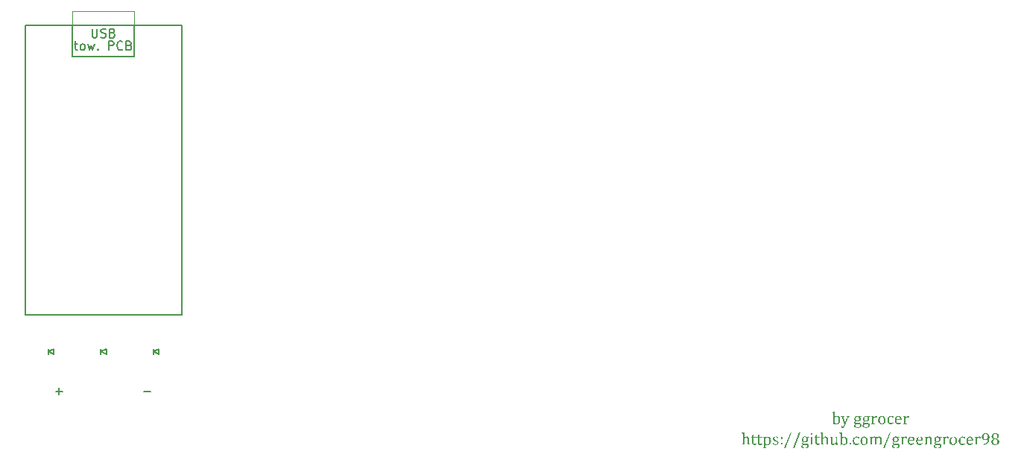
<source format=gbr>
%TF.GenerationSoftware,KiCad,Pcbnew,9.0.0*%
%TF.CreationDate,2025-08-07T18:41:01+03:00*%
%TF.ProjectId,keyatura,6b657961-7475-4726-912e-6b696361645f,rev?*%
%TF.SameCoordinates,Original*%
%TF.FileFunction,Legend,Top*%
%TF.FilePolarity,Positive*%
%FSLAX46Y46*%
G04 Gerber Fmt 4.6, Leading zero omitted, Abs format (unit mm)*
G04 Created by KiCad (PCBNEW 9.0.0) date 2025-08-07 18:41:01*
%MOMM*%
%LPD*%
G01*
G04 APERTURE LIST*
%ADD10C,0.150000*%
%ADD11C,0.100000*%
G04 APERTURE END LIST*
D10*
G36*
X237529714Y-92215507D02*
G01*
X237533561Y-92216448D01*
X237598895Y-92152545D01*
X237644948Y-92115062D01*
X237690648Y-92086900D01*
X237736759Y-92066678D01*
X237785641Y-92054232D01*
X237840537Y-92049923D01*
X237907072Y-92056023D01*
X237965017Y-92073560D01*
X238016038Y-92102154D01*
X238059707Y-92141227D01*
X238097347Y-92192692D01*
X238128878Y-92258848D01*
X238150042Y-92329549D01*
X238163721Y-92413999D01*
X238168629Y-92514534D01*
X238162824Y-92617960D01*
X238146582Y-92705131D01*
X238121270Y-92778511D01*
X238083930Y-92845589D01*
X238037546Y-92899318D01*
X237981588Y-92941360D01*
X237917991Y-92971347D01*
X237845753Y-92989927D01*
X237763088Y-92996413D01*
X237693498Y-92993104D01*
X237629646Y-92983504D01*
X237566966Y-92966314D01*
X237498170Y-92938368D01*
X237431235Y-92996413D01*
X237365241Y-92980000D01*
X237365241Y-92382288D01*
X237529714Y-92382288D01*
X237529714Y-92636350D01*
X237536382Y-92753892D01*
X237545816Y-92795183D01*
X237558864Y-92826297D01*
X237577789Y-92853316D01*
X237604770Y-92879042D01*
X237636735Y-92899288D01*
X237672217Y-92912124D01*
X237755480Y-92921186D01*
X237810534Y-92915040D01*
X237856714Y-92897491D01*
X237895988Y-92868692D01*
X237929442Y-92827238D01*
X237959977Y-92761591D01*
X237980846Y-92670175D01*
X237988768Y-92545394D01*
X237981505Y-92418912D01*
X237962430Y-92326393D01*
X237934742Y-92260216D01*
X237903632Y-92217783D01*
X237866907Y-92188626D01*
X237823595Y-92170983D01*
X237771722Y-92164815D01*
X237719661Y-92169295D01*
X237678885Y-92181570D01*
X237641827Y-92202269D01*
X237602889Y-92233715D01*
X237569092Y-92270205D01*
X237547409Y-92303642D01*
X237534279Y-92339948D01*
X237529714Y-92382288D01*
X237365241Y-92382288D01*
X237365241Y-91942126D01*
X237363788Y-91814155D01*
X237356179Y-91752520D01*
X237338911Y-91712941D01*
X237309334Y-91690031D01*
X237241886Y-91672848D01*
X237241886Y-91623182D01*
X237473294Y-91612240D01*
X237529714Y-91612240D01*
X237529714Y-92215507D01*
G37*
G36*
X238736933Y-93059501D02*
G01*
X238682467Y-93172025D01*
X238634522Y-93252440D01*
X238580688Y-93318901D01*
X238525016Y-93363827D01*
X238461009Y-93391544D01*
X238383025Y-93401270D01*
X238329016Y-93398329D01*
X238264457Y-93388703D01*
X238264457Y-93197473D01*
X238349601Y-93197473D01*
X238363611Y-93233428D01*
X238378238Y-93252953D01*
X238398231Y-93264337D01*
X238427990Y-93268597D01*
X238455576Y-93265743D01*
X238479110Y-93257569D01*
X238500922Y-93243502D01*
X238525956Y-93219699D01*
X238583402Y-93137292D01*
X238657517Y-92996413D01*
X238389693Y-92275347D01*
X238348062Y-92177723D01*
X238331004Y-92152422D01*
X238314124Y-92135579D01*
X238293047Y-92123425D01*
X238258730Y-92112583D01*
X238258730Y-92066336D01*
X238647943Y-92066336D01*
X238647943Y-92113267D01*
X238584770Y-92133869D01*
X238558013Y-92159685D01*
X238549464Y-92200291D01*
X238555619Y-92253975D01*
X238575281Y-92318944D01*
X238745482Y-92798429D01*
X238936797Y-92338606D01*
X238962101Y-92268251D01*
X238971162Y-92208412D01*
X238965099Y-92171059D01*
X238948679Y-92146179D01*
X238921148Y-92128614D01*
X238870803Y-92112583D01*
X238870803Y-92066336D01*
X239228472Y-92066336D01*
X239228472Y-92112583D01*
X239194007Y-92122928D01*
X239171111Y-92136092D01*
X239152188Y-92154967D01*
X239130933Y-92185844D01*
X239083062Y-92281074D01*
X238736933Y-93059501D01*
G37*
G36*
X240201780Y-92054013D02*
G01*
X240270021Y-92066336D01*
X240608542Y-92066336D01*
X240608542Y-92163447D01*
X240431673Y-92156693D01*
X240423039Y-92167123D01*
X240448838Y-92200507D01*
X240469885Y-92247051D01*
X240482736Y-92298977D01*
X240487153Y-92356215D01*
X240480539Y-92432210D01*
X240461891Y-92495702D01*
X240432132Y-92549078D01*
X240390982Y-92594035D01*
X240341113Y-92628882D01*
X240280517Y-92654963D01*
X240207024Y-92671708D01*
X240117943Y-92677725D01*
X240041730Y-92672395D01*
X239981167Y-92657807D01*
X239937477Y-92698497D01*
X239915205Y-92734238D01*
X239908505Y-92766971D01*
X239912381Y-92799674D01*
X239922353Y-92820655D01*
X239939721Y-92835616D01*
X239968259Y-92846557D01*
X240004436Y-92851921D01*
X240065370Y-92854166D01*
X240294897Y-92854166D01*
X240390720Y-92862769D01*
X240460311Y-92885624D01*
X240516266Y-92923426D01*
X240551694Y-92969998D01*
X240571854Y-93026008D01*
X240578964Y-93093438D01*
X240573119Y-93151459D01*
X240555952Y-93204245D01*
X240527245Y-93253039D01*
X240488999Y-93295176D01*
X240439884Y-93331571D01*
X240378074Y-93362203D01*
X240311936Y-93383300D01*
X240236556Y-93396598D01*
X240150513Y-93401270D01*
X240055994Y-93398269D01*
X239973986Y-93389815D01*
X239897700Y-93373874D01*
X239837210Y-93351261D01*
X239785962Y-93319122D01*
X239749246Y-93279795D01*
X239726393Y-93231391D01*
X239718215Y-93168836D01*
X239719867Y-93159347D01*
X239871233Y-93159347D01*
X239879207Y-93212617D01*
X239901732Y-93253659D01*
X239939621Y-93285523D01*
X239987249Y-93306220D01*
X240054877Y-93320555D01*
X240148547Y-93326043D01*
X240231086Y-93319909D01*
X240296265Y-93303133D01*
X240351871Y-93274446D01*
X240390469Y-93237395D01*
X240414771Y-93191360D01*
X240423039Y-93137377D01*
X240416286Y-93085488D01*
X240406699Y-93061704D01*
X240390982Y-93040266D01*
X240369372Y-93022868D01*
X240337896Y-93008295D01*
X240300753Y-92999726D01*
X240248051Y-92996413D01*
X240105548Y-92996413D01*
X239968772Y-92990685D01*
X239924890Y-93029224D01*
X239895597Y-93067365D01*
X239877453Y-93110137D01*
X239871233Y-93159347D01*
X239719867Y-93159347D01*
X239728120Y-93111942D01*
X239758393Y-93059757D01*
X239805019Y-93015117D01*
X239872174Y-92973503D01*
X239831550Y-92950724D01*
X239801392Y-92919989D01*
X239782172Y-92881953D01*
X239775576Y-92836812D01*
X239783219Y-92784583D01*
X239806179Y-92736880D01*
X239844491Y-92692148D01*
X239914232Y-92633187D01*
X239853450Y-92586033D01*
X239809513Y-92525048D01*
X239782924Y-92453204D01*
X239773695Y-92369551D01*
X239774910Y-92356301D01*
X239944836Y-92356301D01*
X239951041Y-92433598D01*
X239967862Y-92493004D01*
X239993562Y-92538384D01*
X240030250Y-92573573D01*
X240076149Y-92594922D01*
X240134185Y-92602498D01*
X240180570Y-92597637D01*
X240217362Y-92584118D01*
X240248623Y-92562286D01*
X240273355Y-92533682D01*
X240291800Y-92499578D01*
X240304899Y-92459567D01*
X240314986Y-92371346D01*
X240308502Y-92292349D01*
X240291050Y-92232690D01*
X240261902Y-92183336D01*
X240225996Y-92151137D01*
X240182341Y-92131802D01*
X240131364Y-92125150D01*
X240073606Y-92132268D01*
X240028353Y-92152172D01*
X239992622Y-92184562D01*
X239967441Y-92226819D01*
X239950942Y-92282759D01*
X239944836Y-92356301D01*
X239774910Y-92356301D01*
X239780859Y-92291453D01*
X239800879Y-92227817D01*
X239833685Y-92172419D01*
X239876448Y-92128227D01*
X239928481Y-92094175D01*
X239990741Y-92069413D01*
X240058435Y-92054923D01*
X240133245Y-92049923D01*
X240201780Y-92054013D01*
G37*
G36*
X241170154Y-92054013D02*
G01*
X241238395Y-92066336D01*
X241576916Y-92066336D01*
X241576916Y-92163447D01*
X241400047Y-92156693D01*
X241391413Y-92167123D01*
X241417212Y-92200507D01*
X241438259Y-92247051D01*
X241451110Y-92298977D01*
X241455527Y-92356215D01*
X241448913Y-92432210D01*
X241430265Y-92495702D01*
X241400506Y-92549078D01*
X241359356Y-92594035D01*
X241309487Y-92628882D01*
X241248891Y-92654963D01*
X241175398Y-92671708D01*
X241086317Y-92677725D01*
X241010104Y-92672395D01*
X240949541Y-92657807D01*
X240905851Y-92698497D01*
X240883579Y-92734238D01*
X240876879Y-92766971D01*
X240880755Y-92799674D01*
X240890728Y-92820655D01*
X240908095Y-92835616D01*
X240936633Y-92846557D01*
X240972810Y-92851921D01*
X241033744Y-92854166D01*
X241263271Y-92854166D01*
X241359094Y-92862769D01*
X241428685Y-92885624D01*
X241484640Y-92923426D01*
X241520068Y-92969998D01*
X241540228Y-93026008D01*
X241547338Y-93093438D01*
X241541493Y-93151459D01*
X241524326Y-93204245D01*
X241495619Y-93253039D01*
X241457373Y-93295176D01*
X241408258Y-93331571D01*
X241346448Y-93362203D01*
X241280310Y-93383300D01*
X241204930Y-93396598D01*
X241118887Y-93401270D01*
X241024368Y-93398269D01*
X240942360Y-93389815D01*
X240866074Y-93373874D01*
X240805584Y-93351261D01*
X240754336Y-93319122D01*
X240717620Y-93279795D01*
X240694767Y-93231391D01*
X240686589Y-93168836D01*
X240688241Y-93159347D01*
X240839608Y-93159347D01*
X240847581Y-93212617D01*
X240870106Y-93253659D01*
X240907996Y-93285523D01*
X240955623Y-93306220D01*
X241023251Y-93320555D01*
X241116921Y-93326043D01*
X241199460Y-93319909D01*
X241264639Y-93303133D01*
X241320245Y-93274446D01*
X241358843Y-93237395D01*
X241383145Y-93191360D01*
X241391413Y-93137377D01*
X241384660Y-93085488D01*
X241375073Y-93061704D01*
X241359356Y-93040266D01*
X241337746Y-93022868D01*
X241306270Y-93008295D01*
X241269127Y-92999726D01*
X241216425Y-92996413D01*
X241073922Y-92996413D01*
X240937146Y-92990685D01*
X240893264Y-93029224D01*
X240863971Y-93067365D01*
X240845827Y-93110137D01*
X240839608Y-93159347D01*
X240688241Y-93159347D01*
X240696494Y-93111942D01*
X240726767Y-93059757D01*
X240773393Y-93015117D01*
X240840548Y-92973503D01*
X240799924Y-92950724D01*
X240769766Y-92919989D01*
X240750546Y-92881953D01*
X240743950Y-92836812D01*
X240751594Y-92784583D01*
X240774553Y-92736880D01*
X240812865Y-92692148D01*
X240882606Y-92633187D01*
X240821825Y-92586033D01*
X240777887Y-92525048D01*
X240751298Y-92453204D01*
X240742069Y-92369551D01*
X240743284Y-92356301D01*
X240913210Y-92356301D01*
X240919415Y-92433598D01*
X240936236Y-92493004D01*
X240961937Y-92538384D01*
X240998624Y-92573573D01*
X241044523Y-92594922D01*
X241102559Y-92602498D01*
X241148944Y-92597637D01*
X241185736Y-92584118D01*
X241216997Y-92562286D01*
X241241729Y-92533682D01*
X241260174Y-92499578D01*
X241273273Y-92459567D01*
X241283360Y-92371346D01*
X241276876Y-92292349D01*
X241259424Y-92232690D01*
X241230276Y-92183336D01*
X241194370Y-92151137D01*
X241150715Y-92131802D01*
X241099738Y-92125150D01*
X241041980Y-92132268D01*
X240996727Y-92152172D01*
X240960996Y-92184562D01*
X240935815Y-92226819D01*
X240919316Y-92282759D01*
X240913210Y-92356301D01*
X240743284Y-92356301D01*
X240749233Y-92291453D01*
X240769253Y-92227817D01*
X240802060Y-92172419D01*
X240844822Y-92128227D01*
X240896855Y-92094175D01*
X240959116Y-92069413D01*
X241026809Y-92054923D01*
X241101619Y-92049923D01*
X241170154Y-92054013D01*
G37*
G36*
X241945698Y-92223543D02*
G01*
X241959034Y-92226449D01*
X242012028Y-92167294D01*
X242056572Y-92126346D01*
X242103553Y-92093798D01*
X242153683Y-92069841D01*
X242208054Y-92055113D01*
X242271823Y-92049923D01*
X242372183Y-92055650D01*
X242372183Y-92274235D01*
X242264129Y-92274235D01*
X242238928Y-92227278D01*
X242215403Y-92199180D01*
X242185966Y-92182007D01*
X242144621Y-92175757D01*
X242110876Y-92180611D01*
X242076233Y-92195846D01*
X242043843Y-92219628D01*
X242010666Y-92254232D01*
X241983079Y-92292826D01*
X241967155Y-92325954D01*
X241958444Y-92361265D01*
X241955272Y-92405455D01*
X241955272Y-92740642D01*
X241958546Y-92821101D01*
X241965787Y-92860919D01*
X241980181Y-92890065D01*
X242000665Y-92909218D01*
X242028529Y-92921980D01*
X242073840Y-92933154D01*
X242073840Y-92980000D01*
X241688388Y-92980000D01*
X241688388Y-92933154D01*
X241740534Y-92913065D01*
X241767804Y-92889129D01*
X241777229Y-92871359D01*
X241784986Y-92842283D01*
X241790714Y-92743719D01*
X241790714Y-92326552D01*
X241788833Y-92228073D01*
X241784184Y-92192899D01*
X241775412Y-92168234D01*
X241761018Y-92148688D01*
X241740534Y-92134809D01*
X241674112Y-92116088D01*
X241674112Y-92066336D01*
X241897826Y-92055394D01*
X241956213Y-92055394D01*
X241945698Y-92223543D01*
G37*
G36*
X243001403Y-92058314D02*
G01*
X243084733Y-92081744D01*
X243153277Y-92118673D01*
X243209594Y-92169089D01*
X243253337Y-92230998D01*
X243286129Y-92306655D01*
X243307229Y-92398887D01*
X243314826Y-92511200D01*
X243308407Y-92616134D01*
X243290413Y-92704603D01*
X243262252Y-92779195D01*
X243221488Y-92846915D01*
X243171959Y-92900759D01*
X243113081Y-92942386D01*
X243046698Y-92971748D01*
X242971104Y-92990021D01*
X242884494Y-92996413D01*
X242785878Y-92988217D01*
X242704418Y-92965260D01*
X242636867Y-92928945D01*
X242580851Y-92879213D01*
X242537651Y-92818301D01*
X242504999Y-92742439D01*
X242483814Y-92648407D01*
X242476132Y-92532229D01*
X242477420Y-92512140D01*
X242656848Y-92512140D01*
X242665064Y-92643088D01*
X242686986Y-92741887D01*
X242719508Y-92815355D01*
X242755293Y-92862772D01*
X242796323Y-92895109D01*
X242843535Y-92914480D01*
X242898856Y-92921186D01*
X242959202Y-92913094D01*
X243007849Y-92890069D01*
X243048226Y-92854023D01*
X243081024Y-92806294D01*
X243104859Y-92750644D01*
X243121629Y-92684136D01*
X243130937Y-92613711D01*
X243134110Y-92538982D01*
X243125568Y-92404585D01*
X243102994Y-92305266D01*
X243078152Y-92245573D01*
X243049818Y-92201014D01*
X243018364Y-92168747D01*
X242980799Y-92144437D01*
X242940343Y-92130032D01*
X242895949Y-92125150D01*
X242840788Y-92131603D01*
X242793947Y-92150169D01*
X242753508Y-92180959D01*
X242718482Y-92225765D01*
X242686392Y-92295697D01*
X242664882Y-92389064D01*
X242656848Y-92512140D01*
X242477420Y-92512140D01*
X242482812Y-92428076D01*
X242501588Y-92339937D01*
X242531099Y-92265259D01*
X242573257Y-92197459D01*
X242623301Y-92143986D01*
X242681724Y-92103094D01*
X242747344Y-92073938D01*
X242819583Y-92056080D01*
X242899796Y-92049923D01*
X243001403Y-92058314D01*
G37*
G36*
X244220454Y-92088562D02*
G01*
X244220454Y-92290648D01*
X244098979Y-92290648D01*
X244079735Y-92231434D01*
X244058802Y-92190887D01*
X244032214Y-92159132D01*
X244003322Y-92139767D01*
X243969459Y-92129091D01*
X243924932Y-92125150D01*
X243881863Y-92129980D01*
X243842690Y-92144233D01*
X243806364Y-92168319D01*
X243775919Y-92199999D01*
X243748542Y-92242948D01*
X243724555Y-92299624D01*
X243702618Y-92393242D01*
X243694464Y-92515303D01*
X243697459Y-92594988D01*
X243705919Y-92664389D01*
X243721971Y-92728661D01*
X243745072Y-92779965D01*
X243777567Y-92822763D01*
X243818760Y-92854678D01*
X243868393Y-92874386D01*
X243932540Y-92881521D01*
X243996696Y-92875085D01*
X244055468Y-92856132D01*
X244110751Y-92823059D01*
X244173608Y-92766629D01*
X244228062Y-92829546D01*
X244141978Y-92911099D01*
X244062135Y-92959141D01*
X243978018Y-92987437D01*
X243887661Y-92996413D01*
X243798982Y-92988211D01*
X243725152Y-92965067D01*
X243663224Y-92927980D01*
X243611202Y-92876306D01*
X243571897Y-92814630D01*
X243542042Y-92738373D01*
X243522651Y-92644510D01*
X243515630Y-92529408D01*
X243521898Y-92436206D01*
X243539961Y-92352957D01*
X243569143Y-92278168D01*
X243610337Y-92209761D01*
X243660227Y-92153917D01*
X243719341Y-92109249D01*
X243785964Y-92076686D01*
X243859693Y-92056788D01*
X243942114Y-92049923D01*
X244019075Y-92052327D01*
X244087012Y-92059155D01*
X244220454Y-92088562D01*
G37*
G36*
X244884909Y-92058180D02*
G01*
X244957249Y-92080868D01*
X245018998Y-92117954D01*
X245065729Y-92165327D01*
X245100938Y-92223960D01*
X245128903Y-92300565D01*
X245145740Y-92388517D01*
X245154292Y-92513593D01*
X244551793Y-92513593D01*
X244551793Y-92530348D01*
X244558626Y-92635494D01*
X244577097Y-92717133D01*
X244598173Y-92765859D01*
X244625848Y-92805707D01*
X244660274Y-92837923D01*
X244700965Y-92861396D01*
X244750449Y-92876219D01*
X244810899Y-92881521D01*
X244886498Y-92873916D01*
X244951949Y-92852028D01*
X245012278Y-92814858D01*
X245076842Y-92755687D01*
X245135143Y-92818604D01*
X245073894Y-92877968D01*
X245022730Y-92918963D01*
X244969286Y-92951262D01*
X244910403Y-92975896D01*
X244847192Y-92991115D01*
X244775593Y-92996413D01*
X244677993Y-92988125D01*
X244597992Y-92964968D01*
X244532181Y-92928391D01*
X244478105Y-92878272D01*
X244436862Y-92817218D01*
X244405535Y-92741011D01*
X244385149Y-92646395D01*
X244377746Y-92529408D01*
X244383771Y-92435457D01*
X244384302Y-92432896D01*
X244556581Y-92432896D01*
X244974517Y-92432896D01*
X244964418Y-92333291D01*
X244948615Y-92262096D01*
X244922565Y-92201843D01*
X244888433Y-92160455D01*
X244843360Y-92134427D01*
X244783201Y-92125150D01*
X244721493Y-92134079D01*
X244669929Y-92159999D01*
X244625909Y-92204223D01*
X244594096Y-92260003D01*
X244570352Y-92334586D01*
X244556581Y-92432896D01*
X244384302Y-92432896D01*
X244401067Y-92352079D01*
X244428866Y-92277740D01*
X244468515Y-92209536D01*
X244516959Y-92153848D01*
X244574703Y-92109249D01*
X244640093Y-92076647D01*
X244712264Y-92056770D01*
X244792776Y-92049923D01*
X244884909Y-92058180D01*
G37*
G36*
X245585307Y-92223543D02*
G01*
X245598643Y-92226449D01*
X245651637Y-92167294D01*
X245696181Y-92126346D01*
X245743163Y-92093798D01*
X245793292Y-92069841D01*
X245847663Y-92055113D01*
X245911432Y-92049923D01*
X246011792Y-92055650D01*
X246011792Y-92274235D01*
X245903739Y-92274235D01*
X245878537Y-92227278D01*
X245855012Y-92199180D01*
X245825576Y-92182007D01*
X245784231Y-92175757D01*
X245750485Y-92180611D01*
X245715843Y-92195846D01*
X245683452Y-92219628D01*
X245650276Y-92254232D01*
X245622689Y-92292826D01*
X245606764Y-92325954D01*
X245598053Y-92361265D01*
X245594881Y-92405455D01*
X245594881Y-92740642D01*
X245598155Y-92821101D01*
X245605396Y-92860919D01*
X245619790Y-92890065D01*
X245640274Y-92909218D01*
X245668139Y-92921980D01*
X245713449Y-92933154D01*
X245713449Y-92980000D01*
X245327997Y-92980000D01*
X245327997Y-92933154D01*
X245380143Y-92913065D01*
X245407413Y-92889129D01*
X245416838Y-92871359D01*
X245424595Y-92842283D01*
X245430323Y-92743719D01*
X245430323Y-92326552D01*
X245428442Y-92228073D01*
X245423793Y-92192899D01*
X245415021Y-92168234D01*
X245400627Y-92148688D01*
X245380143Y-92134809D01*
X245313721Y-92116088D01*
X245313721Y-92066336D01*
X245537435Y-92055394D01*
X245595822Y-92055394D01*
X245585307Y-92223543D01*
G37*
G36*
X227261513Y-94567507D02*
G01*
X227265360Y-94568448D01*
X227337270Y-94499730D01*
X227383500Y-94462703D01*
X227427634Y-94435794D01*
X227469583Y-94417225D01*
X227513281Y-94405818D01*
X227560881Y-94401923D01*
X227611798Y-94405206D01*
X227654573Y-94414404D01*
X227693544Y-94430210D01*
X227726808Y-94452188D01*
X227754917Y-94480228D01*
X227777500Y-94514336D01*
X227794157Y-94553515D01*
X227806651Y-94602385D01*
X227813569Y-94656972D01*
X227816225Y-94732066D01*
X227816225Y-95092812D01*
X227818481Y-95169481D01*
X227823406Y-95206251D01*
X227833798Y-95233633D01*
X227849222Y-95253097D01*
X227873250Y-95267703D01*
X227924278Y-95285154D01*
X227924278Y-95332000D01*
X227547546Y-95332000D01*
X227547546Y-95285154D01*
X227601059Y-95265065D01*
X227628329Y-95241129D01*
X227637505Y-95223344D01*
X227645511Y-95193770D01*
X227651752Y-95096659D01*
X227651752Y-94845932D01*
X227648004Y-94726203D01*
X227638844Y-94651282D01*
X227618695Y-94590318D01*
X227588151Y-94550325D01*
X227544872Y-94525852D01*
X227482491Y-94516815D01*
X227445536Y-94520284D01*
X227413591Y-94530236D01*
X227382743Y-94547412D01*
X227342809Y-94578022D01*
X227306683Y-94614027D01*
X227282115Y-94648889D01*
X227266643Y-94686491D01*
X227261513Y-94726338D01*
X227261513Y-95092812D01*
X227264847Y-95185649D01*
X227277840Y-95232068D01*
X227289751Y-95248863D01*
X227306991Y-95262671D01*
X227367685Y-95285154D01*
X227367685Y-95332000D01*
X226988987Y-95332000D01*
X226988987Y-95285154D01*
X227049168Y-95263184D01*
X227077378Y-95236513D01*
X227092252Y-95189752D01*
X227097040Y-95093240D01*
X227097040Y-94294041D01*
X227095586Y-94166155D01*
X227087978Y-94104520D01*
X227070710Y-94064941D01*
X227041132Y-94042031D01*
X226973685Y-94024848D01*
X226973685Y-93975182D01*
X227204152Y-93964240D01*
X227261513Y-93964240D01*
X227261513Y-94567507D01*
G37*
G36*
X228028399Y-94466720D02*
G01*
X228073241Y-94455694D01*
X228105848Y-94440049D01*
X228132355Y-94418090D01*
X228152266Y-94390810D01*
X228166693Y-94358373D01*
X228178510Y-94315412D01*
X228198599Y-94183081D01*
X228334435Y-94183081D01*
X228334435Y-94418336D01*
X228643378Y-94418336D01*
X228643378Y-94515447D01*
X228334435Y-94515447D01*
X228334435Y-94941504D01*
X228342043Y-95089393D01*
X228353820Y-95140667D01*
X228370766Y-95175562D01*
X228393916Y-95202892D01*
X228418552Y-95220100D01*
X228447692Y-95229864D01*
X228487453Y-95233521D01*
X228524641Y-95229620D01*
X228559175Y-95218048D01*
X228591735Y-95199560D01*
X228625169Y-95173339D01*
X228668168Y-95225314D01*
X228599265Y-95283232D01*
X228539513Y-95319262D01*
X228477477Y-95341188D01*
X228413850Y-95348413D01*
X228334891Y-95339375D01*
X228275220Y-95314599D01*
X228230143Y-95275237D01*
X228198992Y-95222818D01*
X228177950Y-95148807D01*
X228169962Y-95046223D01*
X228169962Y-94515447D01*
X228028399Y-94515447D01*
X228028399Y-94466720D01*
G37*
G36*
X228690394Y-94466720D02*
G01*
X228735237Y-94455694D01*
X228767844Y-94440049D01*
X228794351Y-94418090D01*
X228814262Y-94390810D01*
X228828689Y-94358373D01*
X228840506Y-94315412D01*
X228860595Y-94183081D01*
X228996431Y-94183081D01*
X228996431Y-94418336D01*
X229305374Y-94418336D01*
X229305374Y-94515447D01*
X228996431Y-94515447D01*
X228996431Y-94941504D01*
X229004039Y-95089393D01*
X229015816Y-95140667D01*
X229032762Y-95175562D01*
X229055912Y-95202892D01*
X229080548Y-95220100D01*
X229109688Y-95229864D01*
X229149449Y-95233521D01*
X229186637Y-95229620D01*
X229221171Y-95218048D01*
X229253731Y-95199560D01*
X229287165Y-95173339D01*
X229330164Y-95225314D01*
X229261261Y-95283232D01*
X229201509Y-95319262D01*
X229139472Y-95341188D01*
X229075846Y-95348413D01*
X228996887Y-95339375D01*
X228937216Y-95314599D01*
X228892139Y-95275237D01*
X228860987Y-95222818D01*
X228839946Y-95148807D01*
X228831958Y-95046223D01*
X228831958Y-94515447D01*
X228690394Y-94515447D01*
X228690394Y-94466720D01*
G37*
G36*
X230056235Y-94409779D02*
G01*
X230120598Y-94432150D01*
X230175398Y-94468547D01*
X230222200Y-94520234D01*
X230256579Y-94580296D01*
X230283082Y-94655765D01*
X230300485Y-94749904D01*
X230306830Y-94866534D01*
X230300942Y-94971224D01*
X230284505Y-95058973D01*
X230258959Y-95132392D01*
X230221387Y-95199555D01*
X230175183Y-95252936D01*
X230119875Y-95294301D01*
X230056933Y-95323724D01*
X229985026Y-95342012D01*
X229902315Y-95348413D01*
X229833301Y-95345295D01*
X229774088Y-95336530D01*
X229718303Y-95322369D01*
X229668941Y-95304644D01*
X229668941Y-95505449D01*
X229673215Y-95597687D01*
X229679623Y-95626153D01*
X229688517Y-95645729D01*
X229701680Y-95661561D01*
X229720061Y-95674709D01*
X229786569Y-95695738D01*
X229786569Y-95742327D01*
X229396415Y-95742327D01*
X229396415Y-95696337D01*
X229452322Y-95676675D01*
X229471437Y-95664195D01*
X229485319Y-95647097D01*
X229494467Y-95625417D01*
X229500621Y-95594011D01*
X229504468Y-95505192D01*
X229504468Y-94735143D01*
X229668941Y-94735143D01*
X229668941Y-94988350D01*
X229672252Y-95075160D01*
X229680396Y-95130340D01*
X229696804Y-95176438D01*
X229721087Y-95211380D01*
X229752875Y-95238571D01*
X229789902Y-95257884D01*
X229833048Y-95268920D01*
X229894622Y-95273186D01*
X229950057Y-95266887D01*
X229996334Y-95248919D01*
X230035505Y-95219413D01*
X230068669Y-95176844D01*
X230098784Y-95109771D01*
X230119297Y-95017425D01*
X230127055Y-94892607D01*
X230118238Y-94756930D01*
X230095311Y-94660935D01*
X230062244Y-94594959D01*
X230020863Y-94551470D01*
X229970486Y-94525784D01*
X229908043Y-94516815D01*
X229856756Y-94521263D01*
X229815719Y-94533570D01*
X229778267Y-94554641D01*
X229738697Y-94587596D01*
X229704935Y-94625864D01*
X229684670Y-94659916D01*
X229672921Y-94695980D01*
X229668941Y-94735143D01*
X229504468Y-94735143D01*
X229504468Y-94685049D01*
X229502502Y-94587083D01*
X229494894Y-94538784D01*
X229478139Y-94507240D01*
X229448475Y-94486211D01*
X229386841Y-94469028D01*
X229386841Y-94418336D01*
X229611581Y-94407394D01*
X229669882Y-94407394D01*
X229657486Y-94564601D01*
X229671848Y-94568448D01*
X229765539Y-94480911D01*
X229836748Y-94435433D01*
X229907530Y-94409616D01*
X229979765Y-94401923D01*
X230056235Y-94409779D01*
G37*
G36*
X231139283Y-94626235D02*
G01*
X231047472Y-94626235D01*
X231023434Y-94573411D01*
X230997720Y-94536562D01*
X230966609Y-94508286D01*
X230932666Y-94490485D01*
X230894047Y-94480756D01*
X230843762Y-94477150D01*
X230793919Y-94481575D01*
X230753932Y-94493847D01*
X230721774Y-94513139D01*
X230696663Y-94539852D01*
X230681637Y-94572011D01*
X230676382Y-94611361D01*
X230681218Y-94652852D01*
X230694505Y-94684280D01*
X230716648Y-94711040D01*
X230750925Y-94737964D01*
X230797074Y-94763597D01*
X230885820Y-94804044D01*
X230977092Y-94846969D01*
X231036445Y-94881579D01*
X231084482Y-94920528D01*
X231119622Y-94963816D01*
X231141957Y-95014126D01*
X231149798Y-95075715D01*
X231142888Y-95147565D01*
X231123981Y-95203003D01*
X231092839Y-95249924D01*
X231051234Y-95287205D01*
X231000989Y-95314726D01*
X230939847Y-95334051D01*
X230873622Y-95344688D01*
X230798796Y-95348413D01*
X230719172Y-95345406D01*
X230642872Y-95336530D01*
X230495667Y-95305756D01*
X230495667Y-95107687D01*
X230589358Y-95107687D01*
X230610804Y-95163414D01*
X230636444Y-95204544D01*
X230665867Y-95233948D01*
X230701700Y-95254820D01*
X230747363Y-95268279D01*
X230805464Y-95273186D01*
X230872912Y-95266005D01*
X230904447Y-95256295D01*
X230931726Y-95242069D01*
X230954772Y-95222478D01*
X230972844Y-95196591D01*
X230984037Y-95165558D01*
X230988146Y-95124698D01*
X230982978Y-95078899D01*
X230968997Y-95045283D01*
X230945692Y-95016908D01*
X230909756Y-94989205D01*
X230861373Y-94962856D01*
X230768193Y-94920731D01*
X230686106Y-94882941D01*
X230628510Y-94849864D01*
X230580940Y-94811706D01*
X230545846Y-94768568D01*
X230523544Y-94718313D01*
X230515756Y-94657523D01*
X230520653Y-94606609D01*
X230534850Y-94561562D01*
X230558242Y-94521174D01*
X230589833Y-94486454D01*
X230630306Y-94456934D01*
X230681169Y-94432612D01*
X230765710Y-94410049D01*
X230869578Y-94401923D01*
X230991480Y-94408163D01*
X231139283Y-94432355D01*
X231139283Y-94626235D01*
G37*
G36*
X231600731Y-94467575D02*
G01*
X231600731Y-94691888D01*
X231409501Y-94691888D01*
X231409501Y-94467575D01*
X231600731Y-94467575D01*
G37*
G36*
X231600731Y-95107687D02*
G01*
X231600731Y-95332000D01*
X231409501Y-95332000D01*
X231409501Y-95107687D01*
X231600731Y-95107687D01*
G37*
G36*
X232662455Y-93964240D02*
G01*
X231971993Y-95742327D01*
X231821881Y-95742327D01*
X232514224Y-93964240D01*
X232662455Y-93964240D01*
G37*
G36*
X233622622Y-93964240D02*
G01*
X232932160Y-95742327D01*
X232782048Y-95742327D01*
X233474391Y-93964240D01*
X233622622Y-93964240D01*
G37*
G36*
X234226721Y-94406013D02*
G01*
X234294962Y-94418336D01*
X234633482Y-94418336D01*
X234633482Y-94515447D01*
X234456614Y-94508693D01*
X234447980Y-94519123D01*
X234473779Y-94552507D01*
X234494826Y-94599051D01*
X234507677Y-94650977D01*
X234512094Y-94708215D01*
X234505480Y-94784210D01*
X234486832Y-94847702D01*
X234457073Y-94901078D01*
X234415923Y-94946035D01*
X234366054Y-94980882D01*
X234305458Y-95006963D01*
X234231965Y-95023708D01*
X234142884Y-95029725D01*
X234066671Y-95024395D01*
X234006108Y-95009807D01*
X233962418Y-95050497D01*
X233940146Y-95086238D01*
X233933446Y-95118971D01*
X233937322Y-95151674D01*
X233947294Y-95172655D01*
X233964662Y-95187616D01*
X233993200Y-95198557D01*
X234029377Y-95203921D01*
X234090311Y-95206166D01*
X234319838Y-95206166D01*
X234415661Y-95214769D01*
X234485251Y-95237624D01*
X234541207Y-95275426D01*
X234576635Y-95321998D01*
X234596795Y-95378008D01*
X234603905Y-95445438D01*
X234598060Y-95503459D01*
X234580893Y-95556245D01*
X234552186Y-95605039D01*
X234513940Y-95647176D01*
X234464824Y-95683571D01*
X234403015Y-95714203D01*
X234336877Y-95735300D01*
X234261497Y-95748598D01*
X234175454Y-95753270D01*
X234080935Y-95750269D01*
X233998927Y-95741815D01*
X233922641Y-95725874D01*
X233862151Y-95703261D01*
X233810903Y-95671122D01*
X233774187Y-95631795D01*
X233751333Y-95583391D01*
X233743156Y-95520836D01*
X233744808Y-95511347D01*
X233896174Y-95511347D01*
X233904147Y-95564617D01*
X233926673Y-95605659D01*
X233964562Y-95637523D01*
X234012190Y-95658220D01*
X234079817Y-95672555D01*
X234173488Y-95678043D01*
X234256027Y-95671909D01*
X234321206Y-95655133D01*
X234376811Y-95626446D01*
X234415410Y-95589395D01*
X234439712Y-95543360D01*
X234447980Y-95489377D01*
X234441227Y-95437488D01*
X234431640Y-95413704D01*
X234415923Y-95392266D01*
X234394313Y-95374868D01*
X234362837Y-95360295D01*
X234325694Y-95351726D01*
X234272992Y-95348413D01*
X234130489Y-95348413D01*
X233993713Y-95342685D01*
X233949831Y-95381224D01*
X233920538Y-95419365D01*
X233902394Y-95462137D01*
X233896174Y-95511347D01*
X233744808Y-95511347D01*
X233753061Y-95463942D01*
X233783334Y-95411757D01*
X233829960Y-95367117D01*
X233897115Y-95325503D01*
X233856491Y-95302724D01*
X233826333Y-95271989D01*
X233807112Y-95233953D01*
X233800517Y-95188812D01*
X233808160Y-95136583D01*
X233831120Y-95088880D01*
X233869432Y-95044148D01*
X233939173Y-94985187D01*
X233878391Y-94938033D01*
X233834454Y-94877048D01*
X233807865Y-94805204D01*
X233798636Y-94721551D01*
X233799851Y-94708301D01*
X233969777Y-94708301D01*
X233975982Y-94785598D01*
X233992802Y-94845004D01*
X234018503Y-94890384D01*
X234055191Y-94925573D01*
X234101089Y-94946922D01*
X234159126Y-94954498D01*
X234205511Y-94949637D01*
X234242303Y-94936118D01*
X234273564Y-94914286D01*
X234298296Y-94885682D01*
X234316741Y-94851578D01*
X234329840Y-94811567D01*
X234339927Y-94723346D01*
X234333442Y-94644349D01*
X234315991Y-94584690D01*
X234286843Y-94535336D01*
X234250937Y-94503137D01*
X234207282Y-94483802D01*
X234156305Y-94477150D01*
X234098547Y-94484268D01*
X234053294Y-94504172D01*
X234017563Y-94536562D01*
X233992382Y-94578819D01*
X233975882Y-94634759D01*
X233969777Y-94708301D01*
X233799851Y-94708301D01*
X233805800Y-94643453D01*
X233825820Y-94579817D01*
X233858626Y-94524419D01*
X233901389Y-94480227D01*
X233953422Y-94446175D01*
X234015682Y-94421413D01*
X234083376Y-94406923D01*
X234158186Y-94401923D01*
X234226721Y-94406013D01*
G37*
G36*
X235017566Y-94040834D02*
G01*
X235017566Y-94226849D01*
X234841553Y-94226849D01*
X234841553Y-94040834D01*
X235017566Y-94040834D01*
G37*
G36*
X234744014Y-95285154D02*
G01*
X234797101Y-95265150D01*
X234823857Y-95241214D01*
X234833052Y-95223492D01*
X234841040Y-95194369D01*
X234847280Y-95095975D01*
X234847280Y-94679236D01*
X234845400Y-94580843D01*
X234840753Y-94545744D01*
X234831979Y-94521089D01*
X234817585Y-94501543D01*
X234797101Y-94487664D01*
X234730679Y-94469028D01*
X234730679Y-94418336D01*
X234953453Y-94407394D01*
X235011839Y-94407394D01*
X235011839Y-95092556D01*
X235014195Y-95168704D01*
X235019447Y-95207106D01*
X235030940Y-95235933D01*
X235048598Y-95255918D01*
X235074142Y-95270409D01*
X235118952Y-95285154D01*
X235118952Y-95332000D01*
X234744014Y-95332000D01*
X234744014Y-95285154D01*
G37*
G36*
X235231023Y-94466720D02*
G01*
X235275865Y-94455694D01*
X235308472Y-94440049D01*
X235334979Y-94418090D01*
X235354890Y-94390810D01*
X235369317Y-94358373D01*
X235381134Y-94315412D01*
X235401223Y-94183081D01*
X235537059Y-94183081D01*
X235537059Y-94418336D01*
X235846002Y-94418336D01*
X235846002Y-94515447D01*
X235537059Y-94515447D01*
X235537059Y-94941504D01*
X235544667Y-95089393D01*
X235556444Y-95140667D01*
X235573390Y-95175562D01*
X235596540Y-95202892D01*
X235621176Y-95220100D01*
X235650316Y-95229864D01*
X235690077Y-95233521D01*
X235727265Y-95229620D01*
X235761799Y-95218048D01*
X235794359Y-95199560D01*
X235827793Y-95173339D01*
X235870792Y-95225314D01*
X235801889Y-95283232D01*
X235742137Y-95319262D01*
X235680100Y-95341188D01*
X235616474Y-95348413D01*
X235537515Y-95339375D01*
X235477844Y-95314599D01*
X235432767Y-95275237D01*
X235401616Y-95222818D01*
X235380574Y-95148807D01*
X235372586Y-95046223D01*
X235372586Y-94515447D01*
X235231023Y-94515447D01*
X235231023Y-94466720D01*
G37*
G36*
X236206663Y-94567507D02*
G01*
X236210510Y-94568448D01*
X236282420Y-94499730D01*
X236328650Y-94462703D01*
X236372784Y-94435794D01*
X236414733Y-94417225D01*
X236458431Y-94405818D01*
X236506031Y-94401923D01*
X236556948Y-94405206D01*
X236599723Y-94414404D01*
X236638694Y-94430210D01*
X236671958Y-94452188D01*
X236700067Y-94480228D01*
X236722650Y-94514336D01*
X236739307Y-94553515D01*
X236751801Y-94602385D01*
X236758719Y-94656972D01*
X236761375Y-94732066D01*
X236761375Y-95092812D01*
X236763631Y-95169481D01*
X236768556Y-95206251D01*
X236778948Y-95233633D01*
X236794372Y-95253097D01*
X236818401Y-95267703D01*
X236869428Y-95285154D01*
X236869428Y-95332000D01*
X236492696Y-95332000D01*
X236492696Y-95285154D01*
X236546209Y-95265065D01*
X236573479Y-95241129D01*
X236582655Y-95223344D01*
X236590661Y-95193770D01*
X236596902Y-95096659D01*
X236596902Y-94845932D01*
X236593154Y-94726203D01*
X236583994Y-94651282D01*
X236563845Y-94590318D01*
X236533301Y-94550325D01*
X236490022Y-94525852D01*
X236427641Y-94516815D01*
X236390686Y-94520284D01*
X236358741Y-94530236D01*
X236327893Y-94547412D01*
X236287959Y-94578022D01*
X236251833Y-94614027D01*
X236227265Y-94648889D01*
X236211793Y-94686491D01*
X236206663Y-94726338D01*
X236206663Y-95092812D01*
X236209997Y-95185649D01*
X236222990Y-95232068D01*
X236234901Y-95248863D01*
X236252141Y-95262671D01*
X236312835Y-95285154D01*
X236312835Y-95332000D01*
X235934137Y-95332000D01*
X235934137Y-95285154D01*
X235994318Y-95263184D01*
X236022528Y-95236513D01*
X236037402Y-95189752D01*
X236042190Y-95093240D01*
X236042190Y-94294041D01*
X236040736Y-94166155D01*
X236033128Y-94104520D01*
X236015860Y-94064941D01*
X235986282Y-94042031D01*
X235918835Y-94024848D01*
X235918835Y-93975182D01*
X236149302Y-93964240D01*
X236206663Y-93964240D01*
X236206663Y-94567507D01*
G37*
G36*
X237007999Y-94418336D02*
G01*
X237280525Y-94418336D01*
X237280525Y-94905344D01*
X237283038Y-95010511D01*
X237289159Y-95075630D01*
X237300872Y-95129972D01*
X237314976Y-95163680D01*
X237335488Y-95190682D01*
X237363702Y-95213432D01*
X237399068Y-95227968D01*
X237450811Y-95233521D01*
X237486414Y-95229952D01*
X237520567Y-95219245D01*
X237553993Y-95200843D01*
X237595196Y-95169065D01*
X237631683Y-95131792D01*
X237654009Y-95097771D01*
X237667092Y-95060299D01*
X237671705Y-95015363D01*
X237671705Y-94656155D01*
X237668798Y-94573748D01*
X237659224Y-94529210D01*
X237643495Y-94501940D01*
X237617678Y-94482792D01*
X237563652Y-94464583D01*
X237563652Y-94418336D01*
X237836178Y-94418336D01*
X237836178Y-95071099D01*
X237838999Y-95177186D01*
X237851480Y-95228819D01*
X237863513Y-95245931D01*
X237881143Y-95259850D01*
X237905461Y-95270278D01*
X237952865Y-95282333D01*
X237952865Y-95332000D01*
X237733852Y-95342942D01*
X237675551Y-95342942D01*
X237681279Y-95185735D01*
X237666917Y-95181888D01*
X237585805Y-95259447D01*
X237515267Y-95308235D01*
X237441837Y-95338685D01*
X237370456Y-95348413D01*
X237288561Y-95339181D01*
X237227012Y-95313962D01*
X237178338Y-95271741D01*
X237142809Y-95211124D01*
X237123028Y-95135281D01*
X237115112Y-95018270D01*
X237115112Y-94656583D01*
X237108871Y-94546136D01*
X237099449Y-94518450D01*
X237084936Y-94498264D01*
X237061245Y-94483104D01*
X237007999Y-94465182D01*
X237007999Y-94418336D01*
G37*
G36*
X238353789Y-94567507D02*
G01*
X238357636Y-94568448D01*
X238422970Y-94504545D01*
X238469023Y-94467062D01*
X238514724Y-94438900D01*
X238560834Y-94418678D01*
X238609716Y-94406232D01*
X238664613Y-94401923D01*
X238731148Y-94408023D01*
X238789093Y-94425560D01*
X238840114Y-94454154D01*
X238883783Y-94493227D01*
X238921422Y-94544692D01*
X238952954Y-94610848D01*
X238974118Y-94681549D01*
X238987797Y-94765999D01*
X238992704Y-94866534D01*
X238986900Y-94969960D01*
X238970658Y-95057131D01*
X238945346Y-95130511D01*
X238908005Y-95197589D01*
X238861622Y-95251318D01*
X238805663Y-95293360D01*
X238742066Y-95323347D01*
X238669828Y-95341927D01*
X238587163Y-95348413D01*
X238517573Y-95345104D01*
X238453721Y-95335504D01*
X238391042Y-95318314D01*
X238322245Y-95290368D01*
X238255311Y-95348413D01*
X238189316Y-95332000D01*
X238189316Y-94734288D01*
X238353789Y-94734288D01*
X238353789Y-94988350D01*
X238360457Y-95105892D01*
X238369892Y-95147183D01*
X238382940Y-95178297D01*
X238401865Y-95205316D01*
X238428845Y-95231042D01*
X238460810Y-95251288D01*
X238496293Y-95264124D01*
X238579555Y-95273186D01*
X238634609Y-95267040D01*
X238680789Y-95249491D01*
X238720063Y-95220692D01*
X238753517Y-95179238D01*
X238784053Y-95113591D01*
X238804921Y-95022175D01*
X238812844Y-94897394D01*
X238805580Y-94770912D01*
X238786506Y-94678393D01*
X238758817Y-94612216D01*
X238727707Y-94569783D01*
X238690983Y-94540626D01*
X238647671Y-94522983D01*
X238595797Y-94516815D01*
X238543736Y-94521295D01*
X238502961Y-94533570D01*
X238465902Y-94554269D01*
X238426965Y-94585715D01*
X238393168Y-94622205D01*
X238371485Y-94655642D01*
X238358355Y-94691948D01*
X238353789Y-94734288D01*
X238189316Y-94734288D01*
X238189316Y-94294126D01*
X238187863Y-94166155D01*
X238180255Y-94104520D01*
X238162987Y-94064941D01*
X238133409Y-94042031D01*
X238065961Y-94024848D01*
X238065961Y-93975182D01*
X238297369Y-93964240D01*
X238353789Y-93964240D01*
X238353789Y-94567507D01*
G37*
G36*
X239389782Y-95107687D02*
G01*
X239389782Y-95332000D01*
X239196586Y-95332000D01*
X239196586Y-95107687D01*
X239389782Y-95107687D01*
G37*
G36*
X240298402Y-94440562D02*
G01*
X240298402Y-94642648D01*
X240176928Y-94642648D01*
X240157684Y-94583434D01*
X240136750Y-94542887D01*
X240110162Y-94511132D01*
X240081270Y-94491767D01*
X240047407Y-94481091D01*
X240002881Y-94477150D01*
X239959812Y-94481980D01*
X239920639Y-94496233D01*
X239884313Y-94520319D01*
X239853868Y-94551999D01*
X239826491Y-94594948D01*
X239802504Y-94651624D01*
X239780566Y-94745242D01*
X239772413Y-94867303D01*
X239775407Y-94946988D01*
X239783868Y-95016389D01*
X239799919Y-95080661D01*
X239823020Y-95131965D01*
X239855515Y-95174763D01*
X239896708Y-95206678D01*
X239946341Y-95226386D01*
X240010489Y-95233521D01*
X240074645Y-95227085D01*
X240133416Y-95208132D01*
X240188700Y-95175059D01*
X240251556Y-95118629D01*
X240306010Y-95181546D01*
X240219927Y-95263099D01*
X240140084Y-95311141D01*
X240055967Y-95339437D01*
X239965609Y-95348413D01*
X239876931Y-95340211D01*
X239803100Y-95317067D01*
X239741173Y-95279980D01*
X239689151Y-95228306D01*
X239649845Y-95166630D01*
X239619991Y-95090373D01*
X239600599Y-94996510D01*
X239593578Y-94881408D01*
X239599846Y-94788206D01*
X239617910Y-94704957D01*
X239647092Y-94630168D01*
X239688285Y-94561761D01*
X239738175Y-94505917D01*
X239797289Y-94461249D01*
X239863912Y-94428686D01*
X239937641Y-94408788D01*
X240020063Y-94401923D01*
X240097023Y-94404327D01*
X240164960Y-94411155D01*
X240298402Y-94440562D01*
G37*
G36*
X240981906Y-94410314D02*
G01*
X241065236Y-94433744D01*
X241133780Y-94470673D01*
X241190096Y-94521089D01*
X241233839Y-94582998D01*
X241266632Y-94658655D01*
X241287731Y-94750887D01*
X241295328Y-94863200D01*
X241288909Y-94968134D01*
X241270916Y-95056603D01*
X241242755Y-95131195D01*
X241201990Y-95198915D01*
X241152462Y-95252759D01*
X241093584Y-95294386D01*
X241027201Y-95323748D01*
X240951606Y-95342021D01*
X240864997Y-95348413D01*
X240766380Y-95340217D01*
X240684921Y-95317260D01*
X240617370Y-95280945D01*
X240561354Y-95231213D01*
X240518154Y-95170301D01*
X240485502Y-95094439D01*
X240464317Y-95000407D01*
X240456635Y-94884229D01*
X240457923Y-94864140D01*
X240637350Y-94864140D01*
X240645567Y-94995088D01*
X240667488Y-95093887D01*
X240700011Y-95167355D01*
X240735796Y-95214772D01*
X240776826Y-95247109D01*
X240824037Y-95266480D01*
X240879358Y-95273186D01*
X240939704Y-95265094D01*
X240988352Y-95242069D01*
X241028729Y-95206023D01*
X241061527Y-95158294D01*
X241085361Y-95102644D01*
X241102132Y-95036136D01*
X241111440Y-94965711D01*
X241114613Y-94890982D01*
X241106070Y-94756585D01*
X241083496Y-94657266D01*
X241058654Y-94597573D01*
X241030321Y-94553014D01*
X240998866Y-94520747D01*
X240961301Y-94496437D01*
X240920845Y-94482032D01*
X240876452Y-94477150D01*
X240821291Y-94483603D01*
X240774449Y-94502169D01*
X240734011Y-94532959D01*
X240698985Y-94577765D01*
X240666894Y-94647697D01*
X240645385Y-94741064D01*
X240637350Y-94864140D01*
X240457923Y-94864140D01*
X240463315Y-94780076D01*
X240482091Y-94691937D01*
X240511602Y-94617259D01*
X240553759Y-94549459D01*
X240603803Y-94495986D01*
X240662226Y-94455094D01*
X240727847Y-94425938D01*
X240800085Y-94408080D01*
X240880299Y-94401923D01*
X240981906Y-94410314D01*
G37*
G36*
X241746689Y-94564601D02*
G01*
X241760025Y-94568448D01*
X241854229Y-94481851D01*
X241925524Y-94434920D01*
X241990065Y-94409616D01*
X242051785Y-94401923D01*
X242114140Y-94407275D01*
X242165364Y-94422249D01*
X242207624Y-94445948D01*
X242242550Y-94479139D01*
X242270374Y-94523318D01*
X242290886Y-94580928D01*
X242407061Y-94473730D01*
X242452651Y-94442844D01*
X242497846Y-94420644D01*
X242545642Y-94406681D01*
X242597863Y-94401923D01*
X242659217Y-94406905D01*
X242708224Y-94420644D01*
X242751028Y-94444284D01*
X242786699Y-94478004D01*
X242813906Y-94520546D01*
X242833545Y-94575115D01*
X242844206Y-94638531D01*
X242848420Y-94732066D01*
X242848420Y-95092812D01*
X242853207Y-95193343D01*
X242867055Y-95236342D01*
X242894240Y-95262671D01*
X242955532Y-95285154D01*
X242955532Y-95332000D01*
X242579655Y-95332000D01*
X242579655Y-95285154D01*
X242633168Y-95265065D01*
X242660438Y-95241129D01*
X242669632Y-95223345D01*
X242677706Y-95193770D01*
X242683946Y-95096659D01*
X242683946Y-94845932D01*
X242679587Y-94711549D01*
X242666166Y-94626919D01*
X242644196Y-94577081D01*
X242615046Y-94545538D01*
X242576748Y-94524508D01*
X242518447Y-94516815D01*
X242481325Y-94520686D01*
X242447238Y-94532116D01*
X242414603Y-94551395D01*
X242375517Y-94583749D01*
X242341201Y-94621465D01*
X242319524Y-94656924D01*
X242306859Y-94695895D01*
X242302341Y-94743521D01*
X242302341Y-95092812D01*
X242307129Y-95193343D01*
X242320977Y-95236342D01*
X242348161Y-95262671D01*
X242409454Y-95285154D01*
X242409454Y-95332000D01*
X242033577Y-95332000D01*
X242033577Y-95285154D01*
X242087090Y-95265065D01*
X242114360Y-95241129D01*
X242123554Y-95223345D01*
X242131628Y-95193770D01*
X242137868Y-95096659D01*
X242137868Y-94845932D01*
X242133081Y-94707275D01*
X242118207Y-94621106D01*
X242106269Y-94590679D01*
X242092390Y-94568448D01*
X242060333Y-94537844D01*
X242022122Y-94522115D01*
X241972369Y-94516815D01*
X241934270Y-94521253D01*
X241898681Y-94534510D01*
X241865026Y-94555365D01*
X241828413Y-94585715D01*
X241796369Y-94620703D01*
X241774386Y-94655557D01*
X241760833Y-94693151D01*
X241756263Y-94733946D01*
X241756263Y-95092812D01*
X241759084Y-95176075D01*
X241768146Y-95221040D01*
X241783960Y-95247369D01*
X241811230Y-95266518D01*
X241864316Y-95285154D01*
X241864316Y-95332000D01*
X241489379Y-95332000D01*
X241489379Y-95285154D01*
X241541525Y-95265150D01*
X241568795Y-95241214D01*
X241578220Y-95223444D01*
X241585977Y-95194369D01*
X241591705Y-95095890D01*
X241591705Y-94679236D01*
X241589824Y-94580843D01*
X241585177Y-94545744D01*
X241576403Y-94521089D01*
X241562009Y-94501543D01*
X241541525Y-94487664D01*
X241475103Y-94469028D01*
X241475103Y-94418336D01*
X241698817Y-94407394D01*
X241757204Y-94407394D01*
X241746689Y-94564601D01*
G37*
G36*
X243925958Y-93964240D02*
G01*
X243235496Y-95742327D01*
X243085384Y-95742327D01*
X243777727Y-93964240D01*
X243925958Y-93964240D01*
G37*
G36*
X244530056Y-94406013D02*
G01*
X244598297Y-94418336D01*
X244936818Y-94418336D01*
X244936818Y-94515447D01*
X244759950Y-94508693D01*
X244751316Y-94519123D01*
X244777115Y-94552507D01*
X244798161Y-94599051D01*
X244811013Y-94650977D01*
X244815429Y-94708215D01*
X244808816Y-94784210D01*
X244790167Y-94847702D01*
X244760408Y-94901078D01*
X244719259Y-94946035D01*
X244669389Y-94980882D01*
X244608794Y-95006963D01*
X244535301Y-95023708D01*
X244446220Y-95029725D01*
X244370007Y-95024395D01*
X244309444Y-95009807D01*
X244265754Y-95050497D01*
X244243482Y-95086238D01*
X244236781Y-95118971D01*
X244240657Y-95151674D01*
X244250630Y-95172655D01*
X244267997Y-95187616D01*
X244296535Y-95198557D01*
X244332712Y-95203921D01*
X244393646Y-95206166D01*
X244623174Y-95206166D01*
X244718997Y-95214769D01*
X244788587Y-95237624D01*
X244844543Y-95275426D01*
X244879971Y-95321998D01*
X244900130Y-95378008D01*
X244907240Y-95445438D01*
X244901396Y-95503459D01*
X244884229Y-95556245D01*
X244855522Y-95605039D01*
X244817276Y-95647176D01*
X244768160Y-95683571D01*
X244706350Y-95714203D01*
X244640212Y-95735300D01*
X244564833Y-95748598D01*
X244478789Y-95753270D01*
X244384270Y-95750269D01*
X244302263Y-95741815D01*
X244225976Y-95725874D01*
X244165487Y-95703261D01*
X244114239Y-95671122D01*
X244077523Y-95631795D01*
X244054669Y-95583391D01*
X244046492Y-95520836D01*
X244048144Y-95511347D01*
X244199510Y-95511347D01*
X244207483Y-95564617D01*
X244230008Y-95605659D01*
X244267898Y-95637523D01*
X244315526Y-95658220D01*
X244383153Y-95672555D01*
X244476823Y-95678043D01*
X244559363Y-95671909D01*
X244624541Y-95655133D01*
X244680147Y-95626446D01*
X244718746Y-95589395D01*
X244743048Y-95543360D01*
X244751316Y-95489377D01*
X244744562Y-95437488D01*
X244734975Y-95413704D01*
X244719259Y-95392266D01*
X244697649Y-95374868D01*
X244666173Y-95360295D01*
X244629030Y-95351726D01*
X244576328Y-95348413D01*
X244433824Y-95348413D01*
X244297048Y-95342685D01*
X244253167Y-95381224D01*
X244223873Y-95419365D01*
X244205729Y-95462137D01*
X244199510Y-95511347D01*
X244048144Y-95511347D01*
X244056396Y-95463942D01*
X244086670Y-95411757D01*
X244133295Y-95367117D01*
X244200450Y-95325503D01*
X244159826Y-95302724D01*
X244129669Y-95271989D01*
X244110448Y-95233953D01*
X244103852Y-95188812D01*
X244111496Y-95136583D01*
X244134456Y-95088880D01*
X244172767Y-95044148D01*
X244242509Y-94985187D01*
X244181727Y-94938033D01*
X244137790Y-94877048D01*
X244111201Y-94805204D01*
X244101972Y-94721551D01*
X244103187Y-94708301D01*
X244273113Y-94708301D01*
X244279317Y-94785598D01*
X244296138Y-94845004D01*
X244321839Y-94890384D01*
X244358527Y-94925573D01*
X244404425Y-94946922D01*
X244462462Y-94954498D01*
X244508847Y-94949637D01*
X244545639Y-94936118D01*
X244576900Y-94914286D01*
X244601631Y-94885682D01*
X244620077Y-94851578D01*
X244633175Y-94811567D01*
X244643263Y-94723346D01*
X244636778Y-94644349D01*
X244619327Y-94584690D01*
X244590178Y-94535336D01*
X244554273Y-94503137D01*
X244510618Y-94483802D01*
X244459641Y-94477150D01*
X244401883Y-94484268D01*
X244356630Y-94504172D01*
X244320899Y-94536562D01*
X244295717Y-94578819D01*
X244279218Y-94634759D01*
X244273113Y-94708301D01*
X244103187Y-94708301D01*
X244109135Y-94643453D01*
X244129156Y-94579817D01*
X244161962Y-94524419D01*
X244204725Y-94480227D01*
X244256758Y-94446175D01*
X244319018Y-94421413D01*
X244386712Y-94406923D01*
X244461521Y-94401923D01*
X244530056Y-94406013D01*
G37*
G36*
X245305600Y-94575543D02*
G01*
X245318936Y-94578449D01*
X245371930Y-94519294D01*
X245416474Y-94478346D01*
X245463456Y-94445798D01*
X245513585Y-94421841D01*
X245567957Y-94407113D01*
X245631726Y-94401923D01*
X245732085Y-94407650D01*
X245732085Y-94626235D01*
X245624032Y-94626235D01*
X245598830Y-94579278D01*
X245575305Y-94551180D01*
X245545869Y-94534007D01*
X245504524Y-94527757D01*
X245470779Y-94532611D01*
X245436136Y-94547846D01*
X245403745Y-94571628D01*
X245370569Y-94606232D01*
X245342982Y-94644826D01*
X245327057Y-94677954D01*
X245318346Y-94713265D01*
X245315175Y-94757455D01*
X245315175Y-95092642D01*
X245318448Y-95173101D01*
X245325689Y-95212919D01*
X245340083Y-95242065D01*
X245360567Y-95261218D01*
X245388432Y-95273980D01*
X245433742Y-95285154D01*
X245433742Y-95332000D01*
X245048290Y-95332000D01*
X245048290Y-95285154D01*
X245100436Y-95265065D01*
X245127706Y-95241129D01*
X245137131Y-95223359D01*
X245144889Y-95194283D01*
X245150616Y-95095719D01*
X245150616Y-94678552D01*
X245148735Y-94580073D01*
X245144087Y-94544899D01*
X245135314Y-94520234D01*
X245120921Y-94500688D01*
X245100436Y-94486809D01*
X245034014Y-94468088D01*
X245034014Y-94418336D01*
X245257729Y-94407394D01*
X245316115Y-94407394D01*
X245305600Y-94575543D01*
G37*
G36*
X246342257Y-94410180D02*
G01*
X246414597Y-94432868D01*
X246476347Y-94469954D01*
X246523078Y-94517327D01*
X246558286Y-94575960D01*
X246586251Y-94652565D01*
X246603088Y-94740517D01*
X246611640Y-94865593D01*
X246009142Y-94865593D01*
X246009142Y-94882348D01*
X246015974Y-94987494D01*
X246034445Y-95069133D01*
X246055521Y-95117859D01*
X246083197Y-95157707D01*
X246117622Y-95189923D01*
X246158313Y-95213396D01*
X246207798Y-95228219D01*
X246268247Y-95233521D01*
X246343846Y-95225916D01*
X246409297Y-95204028D01*
X246469626Y-95166858D01*
X246534191Y-95107687D01*
X246592491Y-95170604D01*
X246531243Y-95229968D01*
X246480079Y-95270963D01*
X246426635Y-95303262D01*
X246367751Y-95327896D01*
X246304540Y-95343115D01*
X246232942Y-95348413D01*
X246135341Y-95340125D01*
X246055340Y-95316968D01*
X245989529Y-95280391D01*
X245935454Y-95230272D01*
X245894210Y-95169218D01*
X245862884Y-95093011D01*
X245842497Y-94998395D01*
X245835094Y-94881408D01*
X245841119Y-94787457D01*
X245841650Y-94784896D01*
X246013929Y-94784896D01*
X246431865Y-94784896D01*
X246421766Y-94685291D01*
X246405963Y-94614096D01*
X246379914Y-94553843D01*
X246345782Y-94512455D01*
X246300709Y-94486427D01*
X246240550Y-94477150D01*
X246178842Y-94486079D01*
X246127277Y-94511999D01*
X246083257Y-94556223D01*
X246051445Y-94612003D01*
X246027700Y-94686586D01*
X246013929Y-94784896D01*
X245841650Y-94784896D01*
X245858415Y-94704079D01*
X245886214Y-94629740D01*
X245925864Y-94561536D01*
X245974308Y-94505848D01*
X246032052Y-94461249D01*
X246097441Y-94428647D01*
X246169612Y-94408770D01*
X246250124Y-94401923D01*
X246342257Y-94410180D01*
G37*
G36*
X247298321Y-94410180D02*
G01*
X247370661Y-94432868D01*
X247432411Y-94469954D01*
X247479142Y-94517327D01*
X247514351Y-94575960D01*
X247542315Y-94652565D01*
X247559153Y-94740517D01*
X247567704Y-94865593D01*
X246965206Y-94865593D01*
X246965206Y-94882348D01*
X246972038Y-94987494D01*
X246990510Y-95069133D01*
X247011585Y-95117859D01*
X247039261Y-95157707D01*
X247073687Y-95189923D01*
X247114377Y-95213396D01*
X247163862Y-95228219D01*
X247224311Y-95233521D01*
X247299911Y-95225916D01*
X247365361Y-95204028D01*
X247425690Y-95166858D01*
X247490255Y-95107687D01*
X247548556Y-95170604D01*
X247487307Y-95229968D01*
X247436143Y-95270963D01*
X247382699Y-95303262D01*
X247323816Y-95327896D01*
X247260605Y-95343115D01*
X247189006Y-95348413D01*
X247091405Y-95340125D01*
X247011404Y-95316968D01*
X246945593Y-95280391D01*
X246891518Y-95230272D01*
X246850274Y-95169218D01*
X246818948Y-95093011D01*
X246798561Y-94998395D01*
X246791159Y-94881408D01*
X246797183Y-94787457D01*
X246797714Y-94784896D01*
X246969993Y-94784896D01*
X247387929Y-94784896D01*
X247377830Y-94685291D01*
X247362027Y-94614096D01*
X247335978Y-94553843D01*
X247301846Y-94512455D01*
X247256773Y-94486427D01*
X247196614Y-94477150D01*
X247134906Y-94486079D01*
X247083341Y-94511999D01*
X247039322Y-94556223D01*
X247007509Y-94612003D01*
X246983765Y-94686586D01*
X246969993Y-94784896D01*
X246797714Y-94784896D01*
X246814479Y-94704079D01*
X246842279Y-94629740D01*
X246881928Y-94561536D01*
X246930372Y-94505848D01*
X246988116Y-94461249D01*
X247053506Y-94428647D01*
X247125676Y-94408770D01*
X247206188Y-94401923D01*
X247298321Y-94410180D01*
G37*
G36*
X248671999Y-95332000D02*
G01*
X248295182Y-95332000D01*
X248295182Y-95285154D01*
X248348695Y-95265065D01*
X248375965Y-95241129D01*
X248385141Y-95223344D01*
X248393147Y-95193770D01*
X248399388Y-95096659D01*
X248399388Y-94845932D01*
X248395541Y-94724458D01*
X248382633Y-94635040D01*
X248360663Y-94580501D01*
X248330059Y-94546991D01*
X248289369Y-94524936D01*
X248264563Y-94519082D01*
X248229187Y-94516815D01*
X248192785Y-94520548D01*
X248158406Y-94531689D01*
X248125207Y-94550545D01*
X248084803Y-94582809D01*
X248048951Y-94620348D01*
X248026417Y-94654531D01*
X248012990Y-94691835D01*
X248008294Y-94735913D01*
X248008294Y-95092812D01*
X248010651Y-95168875D01*
X248015902Y-95207191D01*
X248027395Y-95236018D01*
X248045053Y-95256003D01*
X248070589Y-95270430D01*
X248115407Y-95285154D01*
X248115407Y-95332000D01*
X247740469Y-95332000D01*
X247740469Y-95285154D01*
X247793556Y-95265150D01*
X247820312Y-95241214D01*
X247829507Y-95223492D01*
X247837495Y-95194369D01*
X247843735Y-95095890D01*
X247843735Y-94679236D01*
X247841855Y-94580843D01*
X247837208Y-94545744D01*
X247828434Y-94521089D01*
X247814040Y-94501543D01*
X247793556Y-94487664D01*
X247727134Y-94469028D01*
X247727134Y-94418336D01*
X247950848Y-94407394D01*
X248009234Y-94407394D01*
X247998720Y-94564601D01*
X248012055Y-94568448D01*
X248080547Y-94502911D01*
X248126349Y-94466036D01*
X248170713Y-94438563D01*
X248214313Y-94418678D01*
X248259900Y-94406157D01*
X248308603Y-94401923D01*
X248358650Y-94405069D01*
X248400841Y-94413891D01*
X248439398Y-94429230D01*
X248472563Y-94450735D01*
X248500761Y-94478408D01*
X248523768Y-94512455D01*
X248540893Y-94551724D01*
X248553859Y-94601017D01*
X248561147Y-94656098D01*
X248563946Y-94732066D01*
X248563946Y-95092812D01*
X248567708Y-95188470D01*
X248581129Y-95234461D01*
X248608826Y-95261731D01*
X248671999Y-95285154D01*
X248671999Y-95332000D01*
G37*
G36*
X249284390Y-94406013D02*
G01*
X249352631Y-94418336D01*
X249691152Y-94418336D01*
X249691152Y-94515447D01*
X249514283Y-94508693D01*
X249505649Y-94519123D01*
X249531448Y-94552507D01*
X249552495Y-94599051D01*
X249565346Y-94650977D01*
X249569763Y-94708215D01*
X249563149Y-94784210D01*
X249544501Y-94847702D01*
X249514742Y-94901078D01*
X249473592Y-94946035D01*
X249423723Y-94980882D01*
X249363127Y-95006963D01*
X249289634Y-95023708D01*
X249200553Y-95029725D01*
X249124340Y-95024395D01*
X249063777Y-95009807D01*
X249020087Y-95050497D01*
X248997815Y-95086238D01*
X248991115Y-95118971D01*
X248994991Y-95151674D01*
X249004964Y-95172655D01*
X249022331Y-95187616D01*
X249050869Y-95198557D01*
X249087046Y-95203921D01*
X249147980Y-95206166D01*
X249377507Y-95206166D01*
X249473330Y-95214769D01*
X249542921Y-95237624D01*
X249598876Y-95275426D01*
X249634304Y-95321998D01*
X249654464Y-95378008D01*
X249661574Y-95445438D01*
X249655729Y-95503459D01*
X249638562Y-95556245D01*
X249609855Y-95605039D01*
X249571609Y-95647176D01*
X249522494Y-95683571D01*
X249460684Y-95714203D01*
X249394546Y-95735300D01*
X249319166Y-95748598D01*
X249233123Y-95753270D01*
X249138604Y-95750269D01*
X249056596Y-95741815D01*
X248980310Y-95725874D01*
X248919820Y-95703261D01*
X248868572Y-95671122D01*
X248831856Y-95631795D01*
X248809003Y-95583391D01*
X248800825Y-95520836D01*
X248802477Y-95511347D01*
X248953844Y-95511347D01*
X248961817Y-95564617D01*
X248984342Y-95605659D01*
X249022232Y-95637523D01*
X249069859Y-95658220D01*
X249137487Y-95672555D01*
X249231157Y-95678043D01*
X249313696Y-95671909D01*
X249378875Y-95655133D01*
X249434481Y-95626446D01*
X249473079Y-95589395D01*
X249497381Y-95543360D01*
X249505649Y-95489377D01*
X249498896Y-95437488D01*
X249489309Y-95413704D01*
X249473592Y-95392266D01*
X249451982Y-95374868D01*
X249420506Y-95360295D01*
X249383363Y-95351726D01*
X249330661Y-95348413D01*
X249188158Y-95348413D01*
X249051382Y-95342685D01*
X249007500Y-95381224D01*
X248978207Y-95419365D01*
X248960063Y-95462137D01*
X248953844Y-95511347D01*
X248802477Y-95511347D01*
X248810730Y-95463942D01*
X248841003Y-95411757D01*
X248887629Y-95367117D01*
X248954784Y-95325503D01*
X248914160Y-95302724D01*
X248884002Y-95271989D01*
X248864782Y-95233953D01*
X248858186Y-95188812D01*
X248865830Y-95136583D01*
X248888789Y-95088880D01*
X248927101Y-95044148D01*
X248996842Y-94985187D01*
X248936061Y-94938033D01*
X248892123Y-94877048D01*
X248865534Y-94805204D01*
X248856305Y-94721551D01*
X248857520Y-94708301D01*
X249027446Y-94708301D01*
X249033651Y-94785598D01*
X249050472Y-94845004D01*
X249076173Y-94890384D01*
X249112860Y-94925573D01*
X249158759Y-94946922D01*
X249216795Y-94954498D01*
X249263180Y-94949637D01*
X249299972Y-94936118D01*
X249331233Y-94914286D01*
X249355965Y-94885682D01*
X249374410Y-94851578D01*
X249387509Y-94811567D01*
X249397596Y-94723346D01*
X249391112Y-94644349D01*
X249373660Y-94584690D01*
X249344512Y-94535336D01*
X249308606Y-94503137D01*
X249264951Y-94483802D01*
X249213974Y-94477150D01*
X249156216Y-94484268D01*
X249110963Y-94504172D01*
X249075232Y-94536562D01*
X249050051Y-94578819D01*
X249033552Y-94634759D01*
X249027446Y-94708301D01*
X248857520Y-94708301D01*
X248863469Y-94643453D01*
X248883489Y-94579817D01*
X248916296Y-94524419D01*
X248959058Y-94480227D01*
X249011091Y-94446175D01*
X249073352Y-94421413D01*
X249141045Y-94406923D01*
X249215855Y-94401923D01*
X249284390Y-94406013D01*
G37*
G36*
X250059934Y-94575543D02*
G01*
X250073270Y-94578449D01*
X250126264Y-94519294D01*
X250170808Y-94478346D01*
X250217789Y-94445798D01*
X250267919Y-94421841D01*
X250322290Y-94407113D01*
X250386059Y-94401923D01*
X250486419Y-94407650D01*
X250486419Y-94626235D01*
X250378365Y-94626235D01*
X250353164Y-94579278D01*
X250329639Y-94551180D01*
X250300202Y-94534007D01*
X250258857Y-94527757D01*
X250225112Y-94532611D01*
X250190469Y-94547846D01*
X250158079Y-94571628D01*
X250124902Y-94606232D01*
X250097315Y-94644826D01*
X250081391Y-94677954D01*
X250072680Y-94713265D01*
X250069508Y-94757455D01*
X250069508Y-95092642D01*
X250072782Y-95173101D01*
X250080023Y-95212919D01*
X250094417Y-95242065D01*
X250114901Y-95261218D01*
X250142765Y-95273980D01*
X250188076Y-95285154D01*
X250188076Y-95332000D01*
X249802624Y-95332000D01*
X249802624Y-95285154D01*
X249854770Y-95265065D01*
X249882040Y-95241129D01*
X249891465Y-95223359D01*
X249899222Y-95194283D01*
X249904950Y-95095719D01*
X249904950Y-94678552D01*
X249903069Y-94580073D01*
X249898420Y-94544899D01*
X249889648Y-94520234D01*
X249875254Y-94500688D01*
X249854770Y-94486809D01*
X249788348Y-94468088D01*
X249788348Y-94418336D01*
X250012062Y-94407394D01*
X250070449Y-94407394D01*
X250059934Y-94575543D01*
G37*
G36*
X251115639Y-94410314D02*
G01*
X251198969Y-94433744D01*
X251267513Y-94470673D01*
X251323830Y-94521089D01*
X251367573Y-94582998D01*
X251400365Y-94658655D01*
X251421465Y-94750887D01*
X251429062Y-94863200D01*
X251422643Y-94968134D01*
X251404649Y-95056603D01*
X251376488Y-95131195D01*
X251335724Y-95198915D01*
X251286195Y-95252759D01*
X251227317Y-95294386D01*
X251160934Y-95323748D01*
X251085340Y-95342021D01*
X250998730Y-95348413D01*
X250900114Y-95340217D01*
X250818654Y-95317260D01*
X250751103Y-95280945D01*
X250695087Y-95231213D01*
X250651887Y-95170301D01*
X250619235Y-95094439D01*
X250598050Y-95000407D01*
X250590368Y-94884229D01*
X250591656Y-94864140D01*
X250771084Y-94864140D01*
X250779300Y-94995088D01*
X250801222Y-95093887D01*
X250833744Y-95167355D01*
X250869529Y-95214772D01*
X250910559Y-95247109D01*
X250957771Y-95266480D01*
X251013092Y-95273186D01*
X251073438Y-95265094D01*
X251122085Y-95242069D01*
X251162462Y-95206023D01*
X251195260Y-95158294D01*
X251219095Y-95102644D01*
X251235865Y-95036136D01*
X251245173Y-94965711D01*
X251248346Y-94890982D01*
X251239804Y-94756585D01*
X251217230Y-94657266D01*
X251192388Y-94597573D01*
X251164054Y-94553014D01*
X251132600Y-94520747D01*
X251095035Y-94496437D01*
X251054579Y-94482032D01*
X251010185Y-94477150D01*
X250955024Y-94483603D01*
X250908183Y-94502169D01*
X250867744Y-94532959D01*
X250832718Y-94577765D01*
X250800628Y-94647697D01*
X250779118Y-94741064D01*
X250771084Y-94864140D01*
X250591656Y-94864140D01*
X250597048Y-94780076D01*
X250615824Y-94691937D01*
X250645335Y-94617259D01*
X250687493Y-94549459D01*
X250737537Y-94495986D01*
X250795960Y-94455094D01*
X250861580Y-94425938D01*
X250933819Y-94408080D01*
X251014032Y-94401923D01*
X251115639Y-94410314D01*
G37*
G36*
X252334690Y-94440562D02*
G01*
X252334690Y-94642648D01*
X252213215Y-94642648D01*
X252193971Y-94583434D01*
X252173038Y-94542887D01*
X252146450Y-94511132D01*
X252117558Y-94491767D01*
X252083695Y-94481091D01*
X252039168Y-94477150D01*
X251996099Y-94481980D01*
X251956926Y-94496233D01*
X251920600Y-94520319D01*
X251890155Y-94551999D01*
X251862778Y-94594948D01*
X251838791Y-94651624D01*
X251816854Y-94745242D01*
X251808700Y-94867303D01*
X251811695Y-94946988D01*
X251820155Y-95016389D01*
X251836207Y-95080661D01*
X251859308Y-95131965D01*
X251891803Y-95174763D01*
X251932996Y-95206678D01*
X251982629Y-95226386D01*
X252046776Y-95233521D01*
X252110932Y-95227085D01*
X252169704Y-95208132D01*
X252224987Y-95175059D01*
X252287844Y-95118629D01*
X252342298Y-95181546D01*
X252256214Y-95263099D01*
X252176371Y-95311141D01*
X252092254Y-95339437D01*
X252001897Y-95348413D01*
X251913218Y-95340211D01*
X251839388Y-95317067D01*
X251777460Y-95279980D01*
X251725438Y-95228306D01*
X251686133Y-95166630D01*
X251656278Y-95090373D01*
X251636887Y-94996510D01*
X251629866Y-94881408D01*
X251636134Y-94788206D01*
X251654197Y-94704957D01*
X251683379Y-94630168D01*
X251724573Y-94561761D01*
X251774463Y-94505917D01*
X251833577Y-94461249D01*
X251900200Y-94428686D01*
X251973929Y-94408788D01*
X252056350Y-94401923D01*
X252133311Y-94404327D01*
X252201248Y-94411155D01*
X252334690Y-94440562D01*
G37*
G36*
X252999145Y-94410180D02*
G01*
X253071485Y-94432868D01*
X253133234Y-94469954D01*
X253179965Y-94517327D01*
X253215174Y-94575960D01*
X253243139Y-94652565D01*
X253259976Y-94740517D01*
X253268528Y-94865593D01*
X252666029Y-94865593D01*
X252666029Y-94882348D01*
X252672862Y-94987494D01*
X252691333Y-95069133D01*
X252712409Y-95117859D01*
X252740085Y-95157707D01*
X252774510Y-95189923D01*
X252815201Y-95213396D01*
X252864685Y-95228219D01*
X252925135Y-95233521D01*
X253000734Y-95225916D01*
X253066185Y-95204028D01*
X253126514Y-95166858D01*
X253191078Y-95107687D01*
X253249379Y-95170604D01*
X253188130Y-95229968D01*
X253136966Y-95270963D01*
X253083522Y-95303262D01*
X253024639Y-95327896D01*
X252961428Y-95343115D01*
X252889829Y-95348413D01*
X252792229Y-95340125D01*
X252712228Y-95316968D01*
X252646417Y-95280391D01*
X252592341Y-95230272D01*
X252551098Y-95169218D01*
X252519771Y-95093011D01*
X252499385Y-94998395D01*
X252491982Y-94881408D01*
X252498007Y-94787457D01*
X252498538Y-94784896D01*
X252670817Y-94784896D01*
X253088753Y-94784896D01*
X253078654Y-94685291D01*
X253062851Y-94614096D01*
X253036801Y-94553843D01*
X253002669Y-94512455D01*
X252957596Y-94486427D01*
X252897437Y-94477150D01*
X252835729Y-94486079D01*
X252784165Y-94511999D01*
X252740145Y-94556223D01*
X252708332Y-94612003D01*
X252684588Y-94686586D01*
X252670817Y-94784896D01*
X252498538Y-94784896D01*
X252515303Y-94704079D01*
X252543102Y-94629740D01*
X252582751Y-94561536D01*
X252631195Y-94505848D01*
X252688939Y-94461249D01*
X252754329Y-94428647D01*
X252826500Y-94408770D01*
X252907012Y-94401923D01*
X252999145Y-94410180D01*
G37*
G36*
X253699543Y-94575543D02*
G01*
X253712879Y-94578449D01*
X253765873Y-94519294D01*
X253810417Y-94478346D01*
X253857399Y-94445798D01*
X253907528Y-94421841D01*
X253961899Y-94407113D01*
X254025668Y-94401923D01*
X254126028Y-94407650D01*
X254126028Y-94626235D01*
X254017975Y-94626235D01*
X253992773Y-94579278D01*
X253969248Y-94551180D01*
X253939812Y-94534007D01*
X253898467Y-94527757D01*
X253864721Y-94532611D01*
X253830079Y-94547846D01*
X253797688Y-94571628D01*
X253764512Y-94606232D01*
X253736925Y-94644826D01*
X253721000Y-94677954D01*
X253712289Y-94713265D01*
X253709117Y-94757455D01*
X253709117Y-95092642D01*
X253712391Y-95173101D01*
X253719632Y-95212919D01*
X253734026Y-95242065D01*
X253754510Y-95261218D01*
X253782375Y-95273980D01*
X253827685Y-95285154D01*
X253827685Y-95332000D01*
X253442233Y-95332000D01*
X253442233Y-95285154D01*
X253494379Y-95265065D01*
X253521649Y-95241129D01*
X253531074Y-95223359D01*
X253538831Y-95194283D01*
X253544559Y-95095719D01*
X253544559Y-94678552D01*
X253542678Y-94580073D01*
X253538029Y-94544899D01*
X253529257Y-94520234D01*
X253514863Y-94500688D01*
X253494379Y-94486809D01*
X253427957Y-94468088D01*
X253427957Y-94418336D01*
X253651671Y-94407394D01*
X253710058Y-94407394D01*
X253699543Y-94575543D01*
G37*
G36*
X254804361Y-94017448D02*
G01*
X254886048Y-94044126D01*
X254954615Y-94087039D01*
X255012251Y-94147177D01*
X255055406Y-94218256D01*
X255088308Y-94306205D01*
X255109723Y-94414495D01*
X255117483Y-94547247D01*
X255108190Y-94705109D01*
X255081818Y-94842116D01*
X255040033Y-94961251D01*
X254980034Y-95071538D01*
X254907785Y-95161552D01*
X254822901Y-95233777D01*
X254726005Y-95289157D01*
X254617991Y-95327463D01*
X254496776Y-95348413D01*
X254457624Y-95296352D01*
X254457624Y-95249934D01*
X254545190Y-95242901D01*
X254621833Y-95222727D01*
X254689459Y-95190094D01*
X254749438Y-95144808D01*
X254801937Y-95086329D01*
X254847265Y-95012799D01*
X254880728Y-94932482D01*
X254907875Y-94831272D01*
X254927193Y-94705138D01*
X254917619Y-94701291D01*
X254836050Y-94751982D01*
X254759301Y-94785494D01*
X254679193Y-94805399D01*
X254590553Y-94812251D01*
X254519840Y-94806630D01*
X254459040Y-94790635D01*
X254406419Y-94764978D01*
X254360130Y-94729336D01*
X254322212Y-94685374D01*
X254292125Y-94632048D01*
X254271447Y-94573756D01*
X254258466Y-94507407D01*
X254253913Y-94431672D01*
X254255559Y-94412523D01*
X254433688Y-94412523D01*
X254441104Y-94506188D01*
X254461229Y-94578436D01*
X254491989Y-94633844D01*
X254535920Y-94677274D01*
X254589712Y-94703274D01*
X254656548Y-94712404D01*
X254725876Y-94706164D01*
X254790417Y-94687870D01*
X254852052Y-94657095D01*
X254906164Y-94617088D01*
X254921380Y-94597000D01*
X254931895Y-94564430D01*
X254935742Y-94501256D01*
X254928624Y-94375129D01*
X254909412Y-94276858D01*
X254887524Y-94216902D01*
X254860624Y-94170826D01*
X254829142Y-94136150D01*
X254790805Y-94110047D01*
X254746848Y-94094209D01*
X254695700Y-94088706D01*
X254627509Y-94095357D01*
X254574226Y-94113667D01*
X254529016Y-94143377D01*
X254493442Y-94182141D01*
X254466929Y-94228775D01*
X254448050Y-94284637D01*
X254437396Y-94345023D01*
X254433688Y-94412523D01*
X254255559Y-94412523D01*
X254261155Y-94347406D01*
X254282551Y-94268652D01*
X254318286Y-94196278D01*
X254367694Y-94133756D01*
X254430119Y-94082551D01*
X254508744Y-94041945D01*
X254597761Y-94016958D01*
X254706214Y-94008008D01*
X254804361Y-94017448D01*
G37*
G36*
X255883246Y-94012824D02*
G01*
X255959624Y-94026233D01*
X256023282Y-94046989D01*
X256082067Y-94077721D01*
X256128510Y-94115128D01*
X256164332Y-94159402D01*
X256190129Y-94210336D01*
X256206104Y-94268614D01*
X256211691Y-94335843D01*
X256205650Y-94404752D01*
X256188291Y-94464930D01*
X256160058Y-94518011D01*
X256121202Y-94564049D01*
X256068818Y-94605555D01*
X256000372Y-94642478D01*
X256002252Y-94655129D01*
X256070336Y-94688695D01*
X256124158Y-94729695D01*
X256165785Y-94778228D01*
X256196066Y-94834481D01*
X256214744Y-94898802D01*
X256221265Y-94973048D01*
X256215061Y-95046200D01*
X256197087Y-95111481D01*
X256167666Y-95170347D01*
X256127302Y-95222101D01*
X256076011Y-95265864D01*
X256012254Y-95301994D01*
X255942916Y-95327143D01*
X255864221Y-95342896D01*
X255774606Y-95348413D01*
X255690645Y-95343359D01*
X255616683Y-95328914D01*
X255551319Y-95305841D01*
X255491197Y-95272477D01*
X255441894Y-95231133D01*
X255402148Y-95181375D01*
X255373096Y-95124721D01*
X255355255Y-95060969D01*
X255349062Y-94988521D01*
X255350550Y-94972792D01*
X255531743Y-94972792D01*
X255535406Y-95033757D01*
X255546019Y-95089137D01*
X255564863Y-95140176D01*
X255591412Y-95182486D01*
X255626586Y-95217378D01*
X255671340Y-95244719D01*
X255723445Y-95261582D01*
X255789908Y-95267715D01*
X255864407Y-95259297D01*
X255924290Y-95235658D01*
X255973173Y-95196203D01*
X256009433Y-95140342D01*
X256030894Y-95073427D01*
X256038584Y-94990914D01*
X256030248Y-94903142D01*
X256007040Y-94832511D01*
X255968512Y-94773247D01*
X255918050Y-94730954D01*
X255857111Y-94704990D01*
X255785121Y-94695991D01*
X255717758Y-94701922D01*
X255666040Y-94718046D01*
X255621862Y-94744223D01*
X255587650Y-94777373D01*
X255562063Y-94817535D01*
X255544651Y-94864995D01*
X255535053Y-94916392D01*
X255531743Y-94972792D01*
X255350550Y-94972792D01*
X255356606Y-94908795D01*
X255377699Y-94843966D01*
X255411306Y-94787434D01*
X255452755Y-94743008D01*
X255503417Y-94706198D01*
X255569955Y-94670688D01*
X255568074Y-94658036D01*
X255491684Y-94615500D01*
X255435196Y-94564613D01*
X255395432Y-94504950D01*
X255370986Y-94434788D01*
X255362397Y-94351316D01*
X255363293Y-94341912D01*
X255542258Y-94341912D01*
X255545666Y-94397601D01*
X255555593Y-94448769D01*
X255573326Y-94495924D01*
X255598678Y-94535365D01*
X255632273Y-94567877D01*
X255675614Y-94593666D01*
X255726267Y-94609489D01*
X255791874Y-94615293D01*
X255866906Y-94606987D01*
X255925230Y-94584006D01*
X255972076Y-94545786D01*
X256005586Y-94492537D01*
X256025027Y-94429273D01*
X256031916Y-94353453D01*
X256023638Y-94271107D01*
X256000799Y-94206675D01*
X255963394Y-94153800D01*
X255915229Y-94117600D01*
X255857695Y-94096177D01*
X255789908Y-94088706D01*
X255712288Y-94096852D01*
X255652296Y-94119270D01*
X255605859Y-94154700D01*
X255571762Y-94202370D01*
X255550117Y-94263472D01*
X255542258Y-94341912D01*
X255363293Y-94341912D01*
X255368530Y-94286963D01*
X255386505Y-94228408D01*
X255416424Y-94174362D01*
X255456628Y-94127113D01*
X255507453Y-94086472D01*
X255570468Y-94052289D01*
X255638362Y-94027999D01*
X255711846Y-94013116D01*
X255791874Y-94008008D01*
X255883246Y-94012824D01*
G37*
X159096779Y-89248866D02*
X159858684Y-89248866D01*
X149056779Y-89248866D02*
X149818684Y-89248866D01*
X149437731Y-89629819D02*
X149437731Y-88867914D01*
X153178095Y-48029819D02*
X153178095Y-48839342D01*
X153178095Y-48839342D02*
X153225714Y-48934580D01*
X153225714Y-48934580D02*
X153273333Y-48982200D01*
X153273333Y-48982200D02*
X153368571Y-49029819D01*
X153368571Y-49029819D02*
X153559047Y-49029819D01*
X153559047Y-49029819D02*
X153654285Y-48982200D01*
X153654285Y-48982200D02*
X153701904Y-48934580D01*
X153701904Y-48934580D02*
X153749523Y-48839342D01*
X153749523Y-48839342D02*
X153749523Y-48029819D01*
X154178095Y-48982200D02*
X154320952Y-49029819D01*
X154320952Y-49029819D02*
X154559047Y-49029819D01*
X154559047Y-49029819D02*
X154654285Y-48982200D01*
X154654285Y-48982200D02*
X154701904Y-48934580D01*
X154701904Y-48934580D02*
X154749523Y-48839342D01*
X154749523Y-48839342D02*
X154749523Y-48744104D01*
X154749523Y-48744104D02*
X154701904Y-48648866D01*
X154701904Y-48648866D02*
X154654285Y-48601247D01*
X154654285Y-48601247D02*
X154559047Y-48553628D01*
X154559047Y-48553628D02*
X154368571Y-48506009D01*
X154368571Y-48506009D02*
X154273333Y-48458390D01*
X154273333Y-48458390D02*
X154225714Y-48410771D01*
X154225714Y-48410771D02*
X154178095Y-48315533D01*
X154178095Y-48315533D02*
X154178095Y-48220295D01*
X154178095Y-48220295D02*
X154225714Y-48125057D01*
X154225714Y-48125057D02*
X154273333Y-48077438D01*
X154273333Y-48077438D02*
X154368571Y-48029819D01*
X154368571Y-48029819D02*
X154606666Y-48029819D01*
X154606666Y-48029819D02*
X154749523Y-48077438D01*
X155511428Y-48506009D02*
X155654285Y-48553628D01*
X155654285Y-48553628D02*
X155701904Y-48601247D01*
X155701904Y-48601247D02*
X155749523Y-48696485D01*
X155749523Y-48696485D02*
X155749523Y-48839342D01*
X155749523Y-48839342D02*
X155701904Y-48934580D01*
X155701904Y-48934580D02*
X155654285Y-48982200D01*
X155654285Y-48982200D02*
X155559047Y-49029819D01*
X155559047Y-49029819D02*
X155178095Y-49029819D01*
X155178095Y-49029819D02*
X155178095Y-48029819D01*
X155178095Y-48029819D02*
X155511428Y-48029819D01*
X155511428Y-48029819D02*
X155606666Y-48077438D01*
X155606666Y-48077438D02*
X155654285Y-48125057D01*
X155654285Y-48125057D02*
X155701904Y-48220295D01*
X155701904Y-48220295D02*
X155701904Y-48315533D01*
X155701904Y-48315533D02*
X155654285Y-48410771D01*
X155654285Y-48410771D02*
X155606666Y-48458390D01*
X155606666Y-48458390D02*
X155511428Y-48506009D01*
X155511428Y-48506009D02*
X155178095Y-48506009D01*
X151154286Y-49763152D02*
X151535238Y-49763152D01*
X151297143Y-49429819D02*
X151297143Y-50286961D01*
X151297143Y-50286961D02*
X151344762Y-50382200D01*
X151344762Y-50382200D02*
X151440000Y-50429819D01*
X151440000Y-50429819D02*
X151535238Y-50429819D01*
X152011429Y-50429819D02*
X151916191Y-50382200D01*
X151916191Y-50382200D02*
X151868572Y-50334580D01*
X151868572Y-50334580D02*
X151820953Y-50239342D01*
X151820953Y-50239342D02*
X151820953Y-49953628D01*
X151820953Y-49953628D02*
X151868572Y-49858390D01*
X151868572Y-49858390D02*
X151916191Y-49810771D01*
X151916191Y-49810771D02*
X152011429Y-49763152D01*
X152011429Y-49763152D02*
X152154286Y-49763152D01*
X152154286Y-49763152D02*
X152249524Y-49810771D01*
X152249524Y-49810771D02*
X152297143Y-49858390D01*
X152297143Y-49858390D02*
X152344762Y-49953628D01*
X152344762Y-49953628D02*
X152344762Y-50239342D01*
X152344762Y-50239342D02*
X152297143Y-50334580D01*
X152297143Y-50334580D02*
X152249524Y-50382200D01*
X152249524Y-50382200D02*
X152154286Y-50429819D01*
X152154286Y-50429819D02*
X152011429Y-50429819D01*
X152678096Y-49763152D02*
X152868572Y-50429819D01*
X152868572Y-50429819D02*
X153059048Y-49953628D01*
X153059048Y-49953628D02*
X153249524Y-50429819D01*
X153249524Y-50429819D02*
X153440000Y-49763152D01*
X153820953Y-50334580D02*
X153868572Y-50382200D01*
X153868572Y-50382200D02*
X153820953Y-50429819D01*
X153820953Y-50429819D02*
X153773334Y-50382200D01*
X153773334Y-50382200D02*
X153820953Y-50334580D01*
X153820953Y-50334580D02*
X153820953Y-50429819D01*
X155059048Y-50429819D02*
X155059048Y-49429819D01*
X155059048Y-49429819D02*
X155440000Y-49429819D01*
X155440000Y-49429819D02*
X155535238Y-49477438D01*
X155535238Y-49477438D02*
X155582857Y-49525057D01*
X155582857Y-49525057D02*
X155630476Y-49620295D01*
X155630476Y-49620295D02*
X155630476Y-49763152D01*
X155630476Y-49763152D02*
X155582857Y-49858390D01*
X155582857Y-49858390D02*
X155535238Y-49906009D01*
X155535238Y-49906009D02*
X155440000Y-49953628D01*
X155440000Y-49953628D02*
X155059048Y-49953628D01*
X156630476Y-50334580D02*
X156582857Y-50382200D01*
X156582857Y-50382200D02*
X156440000Y-50429819D01*
X156440000Y-50429819D02*
X156344762Y-50429819D01*
X156344762Y-50429819D02*
X156201905Y-50382200D01*
X156201905Y-50382200D02*
X156106667Y-50286961D01*
X156106667Y-50286961D02*
X156059048Y-50191723D01*
X156059048Y-50191723D02*
X156011429Y-50001247D01*
X156011429Y-50001247D02*
X156011429Y-49858390D01*
X156011429Y-49858390D02*
X156059048Y-49667914D01*
X156059048Y-49667914D02*
X156106667Y-49572676D01*
X156106667Y-49572676D02*
X156201905Y-49477438D01*
X156201905Y-49477438D02*
X156344762Y-49429819D01*
X156344762Y-49429819D02*
X156440000Y-49429819D01*
X156440000Y-49429819D02*
X156582857Y-49477438D01*
X156582857Y-49477438D02*
X156630476Y-49525057D01*
X157392381Y-49906009D02*
X157535238Y-49953628D01*
X157535238Y-49953628D02*
X157582857Y-50001247D01*
X157582857Y-50001247D02*
X157630476Y-50096485D01*
X157630476Y-50096485D02*
X157630476Y-50239342D01*
X157630476Y-50239342D02*
X157582857Y-50334580D01*
X157582857Y-50334580D02*
X157535238Y-50382200D01*
X157535238Y-50382200D02*
X157440000Y-50429819D01*
X157440000Y-50429819D02*
X157059048Y-50429819D01*
X157059048Y-50429819D02*
X157059048Y-49429819D01*
X157059048Y-49429819D02*
X157392381Y-49429819D01*
X157392381Y-49429819D02*
X157487619Y-49477438D01*
X157487619Y-49477438D02*
X157535238Y-49525057D01*
X157535238Y-49525057D02*
X157582857Y-49620295D01*
X157582857Y-49620295D02*
X157582857Y-49715533D01*
X157582857Y-49715533D02*
X157535238Y-49810771D01*
X157535238Y-49810771D02*
X157487619Y-49858390D01*
X157487619Y-49858390D02*
X157392381Y-49906009D01*
X157392381Y-49906009D02*
X157059048Y-49906009D01*
%TO.C,L2*%
X160180000Y-84430000D02*
X160180000Y-85030000D01*
X160180000Y-84730000D02*
X160780000Y-84430000D01*
X160180000Y-84730000D02*
X160780000Y-85030000D01*
X160780000Y-84430000D02*
X160780000Y-85030000D01*
%TO.C,L1*%
X154180000Y-84430000D02*
X154180000Y-85030000D01*
X154180000Y-84730000D02*
X154780000Y-84430000D01*
X154180000Y-84730000D02*
X154780000Y-85030000D01*
X154780000Y-84430000D02*
X154780000Y-85030000D01*
%TO.C,L0*%
X148180000Y-84430000D02*
X148180000Y-85030000D01*
X148180000Y-84730000D02*
X148780000Y-84430000D01*
X148180000Y-84730000D02*
X148780000Y-85030000D01*
X148780000Y-84430000D02*
X148780000Y-85030000D01*
%TO.C,U1*%
X150890000Y-51160000D02*
X150890000Y-47580000D01*
X157990000Y-51160000D02*
X150890000Y-51160000D01*
X157990000Y-51160000D02*
X157990000Y-47580000D01*
X145560000Y-47590000D02*
X163340000Y-47590000D01*
X163340000Y-80590000D01*
X145560000Y-80590000D01*
X145560000Y-47590000D01*
D11*
X150890000Y-46060000D02*
X157990000Y-46060000D01*
X157990000Y-51160000D01*
X150890000Y-51160000D01*
X150890000Y-46060000D01*
%TD*%
M02*

</source>
